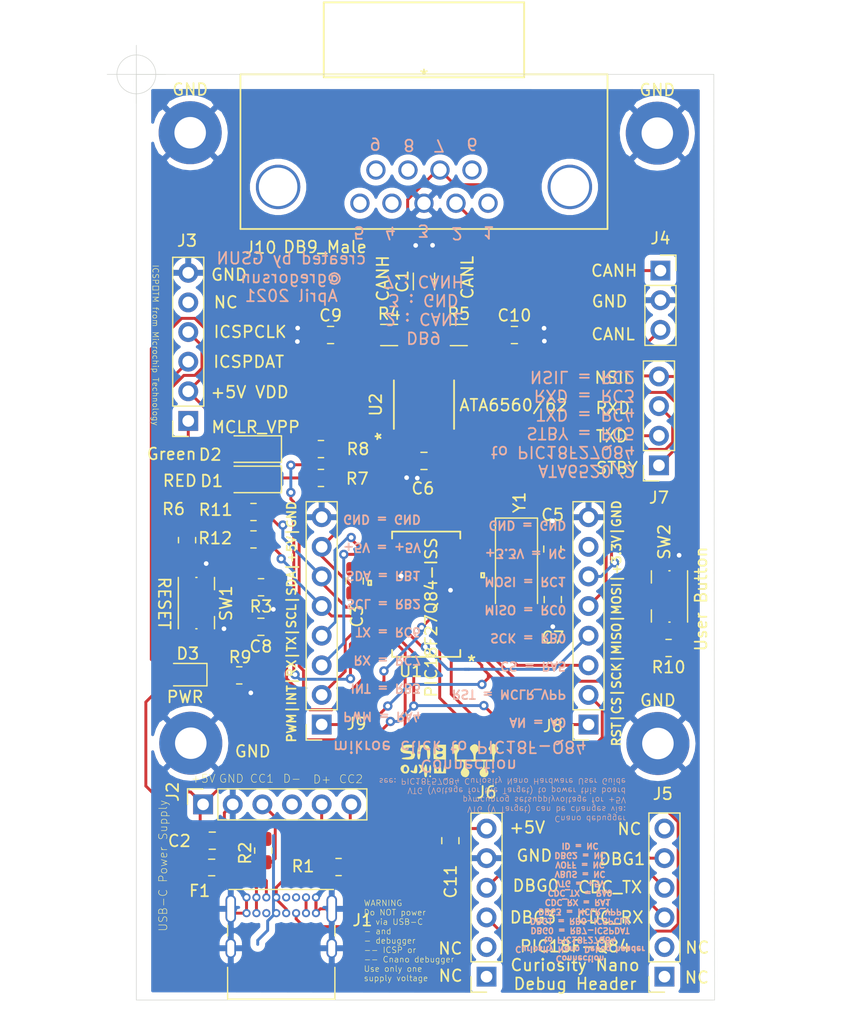
<source format=kicad_pcb>
(kicad_pcb (version 20171130) (host pcbnew "(5.1.9)-1")
  (title_block (title CANPiController) (date 2021-04-29) (rev ver1) (company @gregorsun) (comment 1 "PIC18F-Q84 w/ CAN-FD") (comment 2 "PIC18F27Q84/83 SOIC 28Pin and ATA6660 SOIC 8Pin"))
  (layers (0 F.Cu signal) (31 B.Cu signal) (34 B.Paste user) (35 F.Paste user) (36 B.SilkS user) (37 F.SilkS user) (38 B.Mask user) (39 F.Mask user) (44 Edge.Cuts user))
  (net 0 "")
  (net 1 "Net-(C1-Pad1)")
  (net 2 GND)
  (net 3 VTG)
  (net 4 OSC1)
  (net 5 OSC2)
  (net 6 "Net-(C8-Pad1)")
  (net 7 "Net-(C9-Pad2)")
  (net 8 "Net-(C10-Pad1)")
  (net 9 "Net-(D1-Pad1)")
  (net 10 "Net-(D2-Pad1)")
  (net 11 "Net-(D3-Pad1)")
  (net 12 "Net-(F1-Pad2)")
  (net 13 "Net-(J1-PadA5)")
  (net 14 "Net-(J1-PadA6)")
  (net 15 "Net-(J1-PadA7)")
  (net 16 "Net-(J1-PadA8)")
  (net 17 "Net-(J1-PadB8)")
  (net 18 "Net-(J1-PadB5)")
  (net 19 "Net-(J3-Pad5)")
  (net 20 DBG1)
  (net 21 DBG0)
  (net 22 DBG3)
  (net 23 DBG2)
  (net 24 CDC_TX)
  (net 25 CDC_RX)
  (net 26 ID)
  (net 27 "Net-(J5-Pad1)")
  (net 28 VBUS)
  (net 29 VOFF)
  (net 30 STBY)
  (net 31 TXD)
  (net 32 RXD)
  (net 33 NSIL)
  (net 34 RA2_A0)
  (net 35 RA5_CS)
  (net 36 RB0_SCK)
  (net 37 RC0_MISO)
  (net 38 RC1_MOSI)
  (net 39 "Net-(J8-Pad7)")
  (net 40 RB1_SDA)
  (net 41 RB2_SCL)
  (net 42 RC6_TX)
  (net 43 RC7_RX)
  (net 44 RA4_PWM)
  (net 45 "Net-(J10-Pad1)")
  (net 46 "Net-(J10-Pad4)")
  (net 47 "Net-(J10-Pad5)")
  (net 48 "Net-(J10-Pad6)")
  (net 49 "Net-(J10-Pad8)")
  (net 50 "Net-(J10-Pad9)")
  (net 51 RB5_LED_RED)
  (net 52 RB4_LED_GREEN)
  (net 53 "Net-(R10-Pad1)")
  (net 54 RB3_INT)
  (net 55 RA3_SW2)
  (module mikroe_logo:mikroe (layer F.Cu) (at 147.2565 121.6152 180)
    (fp_text reference G*** hide)
    (fp_text value LOGO hide)
  )
  (module MountingHole:MountingHole_2.7mm_M2.5_Pad_TopBottom (layer F.Cu) (at 165.3286 120.2436)
    (fp_text reference GND (at 0 -3.7) (layer F.SilkS))
    (fp_text value MountingHole_2.7mm_M2.5_Pad_TopBottom)
    (pad 1 thru_hole circle (at 0 0) (size 3.1 3.1) (drill 2.7) (layers *.Cu *.Mask))
    (pad 1 connect circle (at 0 0) (size 5.4 5.4) (layers F.Cu F.Mask) (net 2 GND))
    (pad 1 connect circle (at 0 0) (size 5.4 5.4) (layers B.Cu B.Mask) (net 2 GND))
  )
  (module Connector_PinSocket_2.54mm:PinSocket_1x08_P2.54mm_Vertical (layer F.Cu) (at 136.525 118.618 180)
    (fp_text reference J9 (at -2.9845 0.0635) (layer F.SilkS))
    (fp_text value Conn_01x08)
    (pad 8 thru_hole oval (at 0 17.78 180) (size 1.7 1.7) (drill 1) (layers *.Cu *.Mask) (net 2 GND))
    (pad 7 thru_hole oval (at 0 15.24 180) (size 1.7 1.7) (drill 1) (layers *.Cu *.Mask) (net 3 VTG))
    (pad 6 thru_hole oval (at 0 12.7 180) (size 1.7 1.7) (drill 1) (layers *.Cu *.Mask) (net 40 RB1_SDA))
    (pad 5 thru_hole oval (at 0 10.16 180) (size 1.7 1.7) (drill 1) (layers *.Cu *.Mask) (net 41 RB2_SCL))
    (pad 4 thru_hole oval (at 0 7.62 180) (size 1.7 1.7) (drill 1) (layers *.Cu *.Mask) (net 42 RC6_TX))
    (pad 3 thru_hole oval (at 0 5.08 180) (size 1.7 1.7) (drill 1) (layers *.Cu *.Mask) (net 43 RC7_RX))
    (pad 2 thru_hole oval (at 0 2.54 180) (size 1.7 1.7) (drill 1) (layers *.Cu *.Mask) (net 54 RB3_INT))
    (pad 1 thru_hole rect (at 0 0 180) (size 1.7 1.7) (drill 1) (layers *.Cu *.Mask) (net 44 RA4_PWM))
  )
  (module MountingHole:MountingHole_2.7mm_M2.5_Pad_TopBottom (layer F.Cu) (at 125.3109 120.2182)
    (fp_text reference GND (at 5.3086 0.6985) (layer F.SilkS))
    (fp_text value MountingHole_2.7mm_M2.5_Pad_TopBottom)
    (pad 1 connect circle (at 0 0) (size 5.4 5.4) (layers B.Cu B.Mask) (net 2 GND))
    (pad 1 connect circle (at 0 0) (size 5.4 5.4) (layers F.Cu F.Mask) (net 2 GND))
    (pad 1 thru_hole circle (at 0 0) (size 3.1 3.1) (drill 2.7) (layers *.Cu *.Mask))
  )
  (module MountingHole:MountingHole_2.7mm_M2.5_Pad_TopBottom (layer F.Cu) (at 125.2601 67.8688)
    (fp_text reference GND (at 0 -3.7) (layer F.SilkS))
    (fp_text value MountingHole_2.7mm_M2.5_Pad_TopBottom)
    (pad 1 connect circle (at 0 0) (size 5.4 5.4) (layers B.Cu B.Mask) (net 2 GND))
    (pad 1 connect circle (at 0 0) (size 5.4 5.4) (layers F.Cu F.Mask))
    (pad 1 thru_hole circle (at 0 0) (size 3.1 3.1) (drill 2.7) (layers *.Cu *.Mask))
  )
  (module MountingHole:MountingHole_2.7mm_M2.5_Pad_TopBottom (layer F.Cu) (at 165.2778 67.9069)
    (fp_text reference GND (at 0 -3.7) (layer F.SilkS))
    (fp_text value MountingHole_2.7mm_M2.5_Pad_TopBottom)
    (pad 1 connect circle (at 0 0) (size 5.4 5.4) (layers B.Cu B.Mask) (net 2 GND))
    (pad 1 connect circle (at 0 0) (size 5.4 5.4) (layers F.Cu F.Mask))
    (pad 1 thru_hole circle (at 0 0) (size 3.1 3.1) (drill 2.7) (layers *.Cu *.Mask))
  )
  (module Resistor_SMD:R_1206_3216Metric_Pad1.30x1.75mm_HandSolder (layer F.Cu) (at 148.2725 85.217)
    (fp_text reference R5 (at 0 -1.82) (layer F.SilkS))
    (fp_text value 60R/0.5W)
    (pad 2 smd roundrect (at 1.55 0) (size 1.3 1.75) (layers F.Cu F.Paste F.Mask) (roundrect_rratio 0.1923069230769231) (net 8 "Net-(C10-Pad1)"))
    (pad 1 smd roundrect (at -1.55 0) (size 1.3 1.75) (layers F.Cu F.Paste F.Mask) (roundrect_rratio 0.1923069230769231) (net 1 "Net-(C1-Pad1)"))
  )
  (module DB9-5747840-4:5747840-4 (layer F.Cu) (at 145.288 62.992)
    (fp_text reference J10 (at -13.97 14.732) (layer F.SilkS))
    (fp_text value DB9_Male (at -8.4709 14.6812) (layer F.SilkS))
    (fp_text user * (at 0 0) (layer F.SilkS))
    (pad 1 thru_hole circle (at 5.4864 10.922) (size 1.651 1.651) (drill 1.143) (layers *.Cu *.Mask) (net 45 "Net-(J10-Pad1)"))
    (pad 2 thru_hole circle (at 2.7432 10.922) (size 1.651 1.651) (drill 1.143) (layers *.Cu *.Mask) (net 8 "Net-(C10-Pad1)"))
    (pad 3 thru_hole circle (at 0 10.922) (size 1.651 1.651) (drill 1.143) (layers *.Cu *.Mask) (net 2 GND))
    (pad 4 thru_hole circle (at -2.7432 10.922) (size 1.651 1.651) (drill 1.143) (layers *.Cu *.Mask) (net 46 "Net-(J10-Pad4)"))
    (pad 5 thru_hole circle (at -5.4864 10.922) (size 1.651 1.651) (drill 1.143) (layers *.Cu *.Mask) (net 47 "Net-(J10-Pad5)"))
    (pad 6 thru_hole circle (at 4.1148 8.0772) (size 1.651 1.651) (drill 1.143) (layers *.Cu *.Mask) (net 48 "Net-(J10-Pad6)"))
    (pad 7 thru_hole circle (at 1.3716 8.0772) (size 1.651 1.651) (drill 1.143) (layers *.Cu *.Mask) (net 7 "Net-(C9-Pad2)"))
    (pad 8 thru_hole circle (at -1.3716 8.0772) (size 1.651 1.651) (drill 1.143) (layers *.Cu *.Mask) (net 49 "Net-(J10-Pad8)"))
    (pad 9 thru_hole circle (at -4.1148 8.0772) (size 1.651 1.651) (drill 1.143) (layers *.Cu *.Mask) (net 50 "Net-(J10-Pad9)"))
    (pad 10 thru_hole circle (at -12.4968 9.525) (size 3.81 3.81) (drill 3.302) (layers *.Cu *.Mask))
    (pad 11 thru_hole circle (at 12.4968 9.525) (size 3.81 3.81) (drill 3.302) (layers *.Cu *.Mask))
  )
  (module Resistor_SMD:R_0805_2012Metric_Pad1.20x1.40mm_HandSolder (layer F.Cu) (at 130.683 102.743)
    (fp_text reference R12 (at -3.2766 -0.1016) (layer F.SilkS))
    (fp_text value 10k)
    (pad 2 smd roundrect (at 1 0) (size 1.2 1.4) (layers F.Cu F.Paste F.Mask) (roundrect_rratio 0.2083325) (net 41 RB2_SCL))
    (pad 1 smd roundrect (at -1 0) (size 1.2 1.4) (layers F.Cu F.Paste F.Mask) (roundrect_rratio 0.2083325) (net 3 VTG))
  )
  (module Resistor_SMD:R_0805_2012Metric_Pad1.20x1.40mm_HandSolder (layer F.Cu) (at 130.683 100.3935)
    (fp_text reference R11 (at -3.2385 -0.1905) (layer F.SilkS))
    (fp_text value 10k)
    (pad 2 smd roundrect (at 1 0) (size 1.2 1.4) (layers F.Cu F.Paste F.Mask) (roundrect_rratio 0.2083325) (net 40 RB1_SDA))
    (pad 1 smd roundrect (at -1 0) (size 1.2 1.4) (layers F.Cu F.Paste F.Mask) (roundrect_rratio 0.2083325) (net 3 VTG))
  )
  (module Resistor_SMD:R_0805_2012Metric_Pad1.20x1.40mm_HandSolder (layer F.Cu) (at 166.243 112.0521 180)
    (fp_text reference R10 (at 0 -1.65) (layer F.SilkS))
    (fp_text value 1k)
    (pad 2 smd roundrect (at 1 0 180) (size 1.2 1.4) (layers F.Cu F.Paste F.Mask) (roundrect_rratio 0.2083325) (net 55 RA3_SW2))
    (pad 1 smd roundrect (at -1 0 180) (size 1.2 1.4) (layers F.Cu F.Paste F.Mask) (roundrect_rratio 0.2083325) (net 53 "Net-(R10-Pad1)"))
  )
  (module Resistor_SMD:R_0805_2012Metric_Pad1.20x1.40mm_HandSolder (layer F.Cu) (at 129.4638 114.4016)
    (fp_text reference R9 (at 0.0762 -1.5621) (layer F.SilkS))
    (fp_text value 1k)
    (pad 2 smd roundrect (at 1 0) (size 1.2 1.4) (layers F.Cu F.Paste F.Mask) (roundrect_rratio 0.2083325) (net 2 GND))
    (pad 1 smd roundrect (at -1 0) (size 1.2 1.4) (layers F.Cu F.Paste F.Mask) (roundrect_rratio 0.2083325) (net 11 "Net-(D3-Pad1)"))
  )
  (module Resistor_SMD:R_0805_2012Metric_Pad1.20x1.40mm_HandSolder (layer F.Cu) (at 136.4615 94.996)
    (fp_text reference R8 (at 3.175 0) (layer F.SilkS))
    (fp_text value 1k)
    (pad 2 smd roundrect (at 1 0) (size 1.2 1.4) (layers F.Cu F.Paste F.Mask) (roundrect_rratio 0.2083325) (net 52 RB4_LED_GREEN))
    (pad 1 smd roundrect (at -1 0) (size 1.2 1.4) (layers F.Cu F.Paste F.Mask) (roundrect_rratio 0.2083325) (net 10 "Net-(D2-Pad1)"))
  )
  (module Resistor_SMD:R_0805_2012Metric_Pad1.20x1.40mm_HandSolder (layer F.Cu) (at 136.4615 97.4725)
    (fp_text reference R7 (at 3.1115 0.0635) (layer F.SilkS))
    (fp_text value 1k)
    (pad 2 smd roundrect (at 1 0) (size 1.2 1.4) (layers F.Cu F.Paste F.Mask) (roundrect_rratio 0.2083325) (net 51 RB5_LED_RED))
    (pad 1 smd roundrect (at -1 0) (size 1.2 1.4) (layers F.Cu F.Paste F.Mask) (roundrect_rratio 0.2083325) (net 9 "Net-(D1-Pad1)"))
  )
  (module Resistor_SMD:R_0805_2012Metric_Pad1.20x1.40mm_HandSolder (layer F.Cu) (at 124.9934 102.8065 270)
    (fp_text reference R6 (at -2.667 1.1557 180) (layer F.SilkS))
    (fp_text value 470R)
    (pad 2 smd roundrect (at 1 0 270) (size 1.2 1.4) (layers F.Cu F.Paste F.Mask) (roundrect_rratio 0.2083325) (net 6 "Net-(C8-Pad1)"))
    (pad 1 smd roundrect (at -1 0 270) (size 1.2 1.4) (layers F.Cu F.Paste F.Mask) (roundrect_rratio 0.2083325) (net 22 DBG3))
  )
  (module Resistor_SMD:R_1206_3216Metric_Pad1.30x1.75mm_HandSolder (layer F.Cu) (at 142.3035 85.217)
    (fp_text reference R4 (at 0 -1.82) (layer F.SilkS))
    (fp_text value 60R/0.5W)
    (pad 2 smd roundrect (at 1.55 0) (size 1.3 1.75) (layers F.Cu F.Paste F.Mask) (roundrect_rratio 0.1923069230769231) (net 1 "Net-(C1-Pad1)"))
    (pad 1 smd roundrect (at -1.55 0) (size 1.3 1.75) (layers F.Cu F.Paste F.Mask) (roundrect_rratio 0.1923069230769231) (net 7 "Net-(C9-Pad2)"))
  )
  (module Resistor_SMD:R_0805_2012Metric_Pad1.20x1.40mm_HandSolder (layer F.Cu) (at 131.3307 106.8451 180)
    (fp_text reference R3 (at 0 -1.65) (layer F.SilkS))
    (fp_text value 10k)
    (pad 2 smd roundrect (at 1 0 180) (size 1.2 1.4) (layers F.Cu F.Paste F.Mask) (roundrect_rratio 0.2083325) (net 6 "Net-(C8-Pad1)"))
    (pad 1 smd roundrect (at -1 0 180) (size 1.2 1.4) (layers F.Cu F.Paste F.Mask) (roundrect_rratio 0.2083325) (net 3 VTG))
  )
  (module Resistor_SMD:R_0805_2012Metric_Pad1.20x1.40mm_HandSolder (layer F.Cu) (at 131.5212 129.4257 90)
    (fp_text reference R2 (at -0.2159 -1.5494 90) (layer F.SilkS))
    (fp_text value 5.1k)
    (pad 2 smd roundrect (at 1 0 90) (size 1.2 1.4) (layers F.Cu F.Paste F.Mask) (roundrect_rratio 0.2083325) (net 2 GND))
    (pad 1 smd roundrect (at -1 0 90) (size 1.2 1.4) (layers F.Cu F.Paste F.Mask) (roundrect_rratio 0.2083325) (net 13 "Net-(J1-PadA5)"))
  )
  (module Resistor_SMD:R_0805_2012Metric_Pad1.20x1.40mm_HandSolder (layer F.Cu) (at 137.9728 130.8354 180)
    (fp_text reference R1 (at 3.048 0.0635) (layer F.SilkS))
    (fp_text value 5.1k)
    (pad 2 smd roundrect (at 1 0 180) (size 1.2 1.4) (layers F.Cu F.Paste F.Mask) (roundrect_rratio 0.2083325) (net 2 GND))
    (pad 1 smd roundrect (at -1 0 180) (size 1.2 1.4) (layers F.Cu F.Paste F.Mask) (roundrect_rratio 0.2083325) (net 18 "Net-(J1-PadB5)"))
  )
  (module Fuse:Fuse_0805_2012Metric_Pad1.15x1.40mm_HandSolder (layer F.Cu) (at 127.1016 130.8735)
    (fp_text reference F1 (at -1.0287 2.0066) (layer F.SilkS))
    (fp_text value "Fuse MC36213")
    (pad 2 smd roundrect (at 1.025 0) (size 1.15 1.4) (layers F.Cu F.Paste F.Mask) (roundrect_rratio 0.2173904347826087) (net 12 "Net-(F1-Pad2)"))
    (pad 1 smd roundrect (at -1.025 0) (size 1.15 1.4) (layers F.Cu F.Paste F.Mask) (roundrect_rratio 0.2173904347826087) (net 3 VTG))
  )
  (module LED_SMD:LED_0805_2012Metric_Pad1.15x1.40mm_HandSolder (layer F.Cu) (at 124.8373 114.3381 180)
    (fp_text reference D3 (at -0.2196 1.8034) (layer F.SilkS))
    (fp_text value Yellow)
    (pad 2 smd roundrect (at 1.025 0 180) (size 1.15 1.4) (layers F.Cu F.Paste F.Mask) (roundrect_rratio 0.2173904347826087) (net 3 VTG))
    (pad 1 smd roundrect (at -1.025 0 180) (size 1.15 1.4) (layers F.Cu F.Paste F.Mask) (roundrect_rratio 0.2173904347826087) (net 11 "Net-(D3-Pad1)"))
  )
  (module LED_SMD:LED_1206_3216Metric_Pad1.42x1.75mm_HandSolder (layer F.Cu) (at 130.6195 94.996 180)
    (fp_text reference D2 (at 3.6449 -0.4826) (layer F.SilkS))
    (fp_text value Green (at 6.9469 -0.4191) (layer F.SilkS))
    (pad 2 smd roundrect (at 1.4875 0 180) (size 1.425 1.75) (layers F.Cu F.Paste F.Mask) (roundrect_rratio 0.1754385964912281) (net 3 VTG))
    (pad 1 smd roundrect (at -1.4875 0 180) (size 1.425 1.75) (layers F.Cu F.Paste F.Mask) (roundrect_rratio 0.1754385964912281) (net 10 "Net-(D2-Pad1)"))
  )
  (module LED_SMD:LED_1206_3216Metric_Pad1.42x1.75mm_HandSolder (layer F.Cu) (at 130.6195 97.5995 180)
    (fp_text reference D1 (at 3.5179 -0.1397) (layer F.SilkS))
    (fp_text value RED (at 6.2484 -0.1143) (layer F.SilkS))
    (pad 2 smd roundrect (at 1.4875 0 180) (size 1.425 1.75) (layers F.Cu F.Paste F.Mask) (roundrect_rratio 0.1754385964912281) (net 3 VTG))
    (pad 1 smd roundrect (at -1.4875 0 180) (size 1.425 1.75) (layers F.Cu F.Paste F.Mask) (roundrect_rratio 0.1754385964912281) (net 9 "Net-(D1-Pad1)"))
  )
  (module Capacitor_SMD:C_0805_2012Metric_Pad1.18x1.45mm_HandSolder (layer F.Cu) (at 147.5486 128.5748 270)
    (fp_text reference C11 (at 3.5052 -0.0254 270) (layer F.SilkS))
    (fp_text value 2.2u)
    (pad 2 smd roundrect (at 1.0375 0 270) (size 1.175 1.45) (layers F.Cu F.Paste F.Mask) (roundrect_rratio 0.2127659574468085) (net 2 GND))
    (pad 1 smd roundrect (at -1.0375 0 270) (size 1.175 1.45) (layers F.Cu F.Paste F.Mask) (roundrect_rratio 0.2127659574468085) (net 3 VTG))
  )
  (module Capacitor_SMD:C_0805_2012Metric_Pad1.18x1.45mm_HandSolder (layer F.Cu) (at 153.035 85.217)
    (fp_text reference C10 (at 0 -1.68) (layer F.SilkS))
    (fp_text value 100p/50V)
    (pad 2 smd roundrect (at 1.0375 0) (size 1.175 1.45) (layers F.Cu F.Paste F.Mask) (roundrect_rratio 0.2127659574468085) (net 2 GND))
    (pad 1 smd roundrect (at -1.0375 0) (size 1.175 1.45) (layers F.Cu F.Paste F.Mask) (roundrect_rratio 0.2127659574468085) (net 8 "Net-(C10-Pad1)"))
  )
  (module Capacitor_SMD:C_0805_2012Metric_Pad1.18x1.45mm_HandSolder (layer F.Cu) (at 137.287 85.217)
    (fp_text reference C9 (at 0 -1.68) (layer F.SilkS))
    (fp_text value 100p/50V)
    (pad 2 smd roundrect (at 1.0375 0) (size 1.175 1.45) (layers F.Cu F.Paste F.Mask) (roundrect_rratio 0.2127659574468085) (net 7 "Net-(C9-Pad2)"))
    (pad 1 smd roundrect (at -1.0375 0) (size 1.175 1.45) (layers F.Cu F.Paste F.Mask) (roundrect_rratio 0.2127659574468085) (net 2 GND))
  )
  (module Capacitor_SMD:C_0805_2012Metric_Pad1.18x1.45mm_HandSolder (layer F.Cu) (at 131.318 110.236)
    (fp_text reference C8 (at 0 1.6891) (layer F.SilkS))
    (fp_text value 0.1u)
    (pad 2 smd roundrect (at 1.0375 0) (size 1.175 1.45) (layers F.Cu F.Paste F.Mask) (roundrect_rratio 0.2127659574468085) (net 2 GND))
    (pad 1 smd roundrect (at -1.0375 0) (size 1.175 1.45) (layers F.Cu F.Paste F.Mask) (roundrect_rratio 0.2127659574468085) (net 6 "Net-(C8-Pad1)"))
  )
  (module Capacitor_SMD:C_0805_2012Metric_Pad1.18x1.45mm_HandSolder (layer F.Cu) (at 156.3243 107.8992 270)
    (fp_text reference C7 (at 3.2639 0 180) (layer F.SilkS))
    (fp_text value 26p)
    (pad 2 smd roundrect (at 1.0375 0 270) (size 1.175 1.45) (layers F.Cu F.Paste F.Mask) (roundrect_rratio 0.2127659574468085) (net 2 GND))
    (pad 1 smd roundrect (at -1.0375 0 270) (size 1.175 1.45) (layers F.Cu F.Paste F.Mask) (roundrect_rratio 0.2127659574468085) (net 5 OSC2))
  )
  (module Capacitor_SMD:C_0805_2012Metric_Pad1.18x1.45mm_HandSolder (layer F.Cu) (at 145.288 96.012)
    (fp_text reference C6 (at -0.0889 2.3622) (layer F.SilkS))
    (fp_text value 100n)
    (pad 2 smd roundrect (at 1.0375 0) (size 1.175 1.45) (layers F.Cu F.Paste F.Mask) (roundrect_rratio 0.2127659574468085) (net 3 VTG))
    (pad 1 smd roundrect (at -1.0375 0) (size 1.175 1.45) (layers F.Cu F.Paste F.Mask) (roundrect_rratio 0.2127659574468085) (net 2 GND))
  )
  (module Capacitor_SMD:C_0805_2012Metric_Pad1.18x1.45mm_HandSolder (layer F.Cu) (at 156.2862 103.5685 270)
    (fp_text reference C5 (at -2.9337 -0.0254 180) (layer F.SilkS))
    (fp_text value 26p)
    (pad 2 smd roundrect (at 1.0375 0 270) (size 1.175 1.45) (layers F.Cu F.Paste F.Mask) (roundrect_rratio 0.2127659574468085) (net 4 OSC1))
    (pad 1 smd roundrect (at -1.0375 0 270) (size 1.175 1.45) (layers F.Cu F.Paste F.Mask) (roundrect_rratio 0.2127659574468085) (net 2 GND))
  )
  (module Capacitor_SMD:C_0805_2012Metric_Pad1.18x1.45mm_HandSolder (layer F.Cu) (at 139.3571 106.3117 90)
    (fp_text reference C3 (at -3.0099 0.1905 90) (layer F.SilkS))
    (fp_text value 100n)
    (pad 2 smd roundrect (at 1.0375 0 90) (size 1.175 1.45) (layers F.Cu F.Paste F.Mask) (roundrect_rratio 0.2127659574468085) (net 2 GND))
    (pad 1 smd roundrect (at -1.0375 0 90) (size 1.175 1.45) (layers F.Cu F.Paste F.Mask) (roundrect_rratio 0.2127659574468085) (net 3 VTG))
  )
  (module Capacitor_SMD:C_0805_2012Metric_Pad1.18x1.45mm_HandSolder (layer F.Cu) (at 127.1524 128.5748)
    (fp_text reference C2 (at -2.8194 0.0254) (layer F.SilkS))
    (fp_text value 2.2u)
    (pad 2 smd roundrect (at 1.0375 0) (size 1.175 1.45) (layers F.Cu F.Paste F.Mask) (roundrect_rratio 0.2127659574468085) (net 2 GND))
    (pad 1 smd roundrect (at -1.0375 0) (size 1.175 1.45) (layers F.Cu F.Paste F.Mask) (roundrect_rratio 0.2127659574468085) (net 3 VTG))
  )
  (module Capacitor_SMD:C_1206_3216Metric_Pad1.33x1.80mm_HandSolder (layer F.Cu) (at 145.288 80.62 90)
    (fp_text reference C1 (at 0 -1.85 90) (layer F.SilkS))
    (fp_text value 4.7n/50V)
    (pad 2 smd roundrect (at 1.5625 0 90) (size 1.325 1.8) (layers F.Cu F.Paste F.Mask) (roundrect_rratio 0.1886777358490566) (net 2 GND))
    (pad 1 smd roundrect (at -1.5625 0 90) (size 1.325 1.8) (layers F.Cu F.Paste F.Mask) (roundrect_rratio 0.1886777358490566) (net 1 "Net-(C1-Pad1)"))
  )
  (module Connector_USB:USB_C_Receptacle_GCT_USB4085 (layer F.Cu) (at 130.0861 133.4389)
    (fp_text reference J1 (at 9.9314 1.9558) (layer F.SilkS))
    (fp_text value USB_C_Receptacle_USB2.0)
    (pad A1 thru_hole circle (at 0 0) (size 0.7 0.7) (drill 0.4) (layers *.Cu *.Mask) (net 2 GND))
    (pad A4 thru_hole circle (at 0.85 0) (size 0.7 0.7) (drill 0.4) (layers *.Cu *.Mask) (net 12 "Net-(F1-Pad2)"))
    (pad A5 thru_hole circle (at 1.7 0) (size 0.7 0.7) (drill 0.4) (layers *.Cu *.Mask) (net 13 "Net-(J1-PadA5)"))
    (pad A6 thru_hole circle (at 2.55 0) (size 0.7 0.7) (drill 0.4) (layers *.Cu *.Mask) (net 14 "Net-(J1-PadA6)"))
    (pad A7 thru_hole circle (at 3.4 0) (size 0.7 0.7) (drill 0.4) (layers *.Cu *.Mask) (net 15 "Net-(J1-PadA7)"))
    (pad A8 thru_hole circle (at 4.25 0) (size 0.7 0.7) (drill 0.4) (layers *.Cu *.Mask) (net 16 "Net-(J1-PadA8)"))
    (pad A9 thru_hole circle (at 5.1 0) (size 0.7 0.7) (drill 0.4) (layers *.Cu *.Mask) (net 12 "Net-(F1-Pad2)"))
    (pad A12 thru_hole circle (at 5.95 0) (size 0.7 0.7) (drill 0.4) (layers *.Cu *.Mask) (net 2 GND))
    (pad B9 thru_hole circle (at 0.85 1.35) (size 0.7 0.7) (drill 0.4) (layers *.Cu *.Mask) (net 12 "Net-(F1-Pad2)"))
    (pad B7 thru_hole circle (at 2.55 1.35) (size 0.7 0.7) (drill 0.4) (layers *.Cu *.Mask) (net 15 "Net-(J1-PadA7)"))
    (pad B8 thru_hole circle (at 1.7 1.35) (size 0.7 0.7) (drill 0.4) (layers *.Cu *.Mask) (net 17 "Net-(J1-PadB8)"))
    (pad B12 thru_hole circle (at 0 1.35) (size 0.7 0.7) (drill 0.4) (layers *.Cu *.Mask) (net 2 GND))
    (pad B5 thru_hole circle (at 4.25 1.35) (size 0.7 0.7) (drill 0.4) (layers *.Cu *.Mask) (net 18 "Net-(J1-PadB5)"))
    (pad B4 thru_hole circle (at 5.1 1.35) (size 0.7 0.7) (drill 0.4) (layers *.Cu *.Mask) (net 12 "Net-(F1-Pad2)"))
    (pad B1 thru_hole circle (at 5.95 1.35) (size 0.7 0.7) (drill 0.4) (layers *.Cu *.Mask) (net 2 GND))
    (pad B6 thru_hole circle (at 3.4 1.35) (size 0.7 0.7) (drill 0.4) (layers *.Cu *.Mask) (net 14 "Net-(J1-PadA6)"))
    (pad S1 thru_hole oval (at -1.35 0.98) (size 0.9 2.4) (drill oval 0.6 2.1) (layers *.Cu *.Mask) (net 2 GND))
    (pad S1 thru_hole oval (at 7.3 0.98) (size 0.9 2.4) (drill oval 0.6 2.1) (layers *.Cu *.Mask) (net 2 GND))
    (pad S1 thru_hole oval (at -1.35 4.36) (size 0.9 1.7) (drill oval 0.6 1.4) (layers *.Cu *.Mask) (net 2 GND))
    (pad S1 thru_hole oval (at 7.3 4.36) (size 0.9 1.7) (drill oval 0.6 1.4) (layers *.Cu *.Mask) (net 2 GND))
  )
  (module Connector_PinSocket_2.54mm:PinSocket_1x06_P2.54mm_Vertical (layer F.Cu) (at 126.365 125.4633 90)
    (fp_text reference J2 (at 1.0795 -2.6035 90) (layer F.SilkS))
    (fp_text value Conn_01x06)
    (pad 1 thru_hole rect (at 0 0 90) (size 1.7 1.7) (drill 1) (layers *.Cu *.Mask) (net 3 VTG))
    (pad 2 thru_hole oval (at 0 2.54 90) (size 1.7 1.7) (drill 1) (layers *.Cu *.Mask) (net 2 GND))
    (pad 3 thru_hole oval (at 0 5.08 90) (size 1.7 1.7) (drill 1) (layers *.Cu *.Mask) (net 13 "Net-(J1-PadA5)"))
    (pad 4 thru_hole oval (at 0 7.62 90) (size 1.7 1.7) (drill 1) (layers *.Cu *.Mask) (net 15 "Net-(J1-PadA7)"))
    (pad 5 thru_hole oval (at 0 10.16 90) (size 1.7 1.7) (drill 1) (layers *.Cu *.Mask) (net 14 "Net-(J1-PadA6)"))
    (pad 6 thru_hole oval (at 0 12.7 90) (size 1.7 1.7) (drill 1) (layers *.Cu *.Mask) (net 18 "Net-(J1-PadB5)"))
  )
  (module Connector_PinSocket_2.54mm:PinSocket_1x06_P2.54mm_Vertical (layer F.Cu) (at 125.095 92.583 180)
    (fp_text reference J3 (at 0.1016 15.4559) (layer F.SilkS))
    (fp_text value Conn_01x06)
    (pad 6 thru_hole oval (at 0 12.7 180) (size 1.7 1.7) (drill 1) (layers *.Cu *.Mask) (net 2 GND))
    (pad 5 thru_hole oval (at 0 10.16 180) (size 1.7 1.7) (drill 1) (layers *.Cu *.Mask) (net 19 "Net-(J3-Pad5)"))
    (pad 4 thru_hole oval (at 0 7.62 180) (size 1.7 1.7) (drill 1) (layers *.Cu *.Mask) (net 20 DBG1))
    (pad 3 thru_hole oval (at 0 5.08 180) (size 1.7 1.7) (drill 1) (layers *.Cu *.Mask) (net 21 DBG0))
    (pad 2 thru_hole oval (at 0 2.54 180) (size 1.7 1.7) (drill 1) (layers *.Cu *.Mask) (net 3 VTG))
    (pad 1 thru_hole rect (at 0 0 180) (size 1.7 1.7) (drill 1) (layers *.Cu *.Mask) (net 22 DBG3))
  )
  (module Connector_PinSocket_2.54mm:PinSocket_1x03_P2.54mm_Vertical (layer F.Cu) (at 165.5445 79.6925)
    (fp_text reference J4 (at 0 -2.77) (layer F.SilkS))
    (fp_text value Conn_01x03)
    (pad 1 thru_hole rect (at 0 0) (size 1.7 1.7) (drill 1) (layers *.Cu *.Mask) (net 7 "Net-(C9-Pad2)"))
    (pad 2 thru_hole oval (at 0 2.54) (size 1.7 1.7) (drill 1) (layers *.Cu *.Mask) (net 2 GND))
    (pad 3 thru_hole oval (at 0 5.08) (size 1.7 1.7) (drill 1) (layers *.Cu *.Mask) (net 8 "Net-(C10-Pad1)"))
  )
  (module Connector_PinSocket_2.54mm:PinSocket_1x06_P2.54mm_Vertical (layer F.Cu) (at 165.8874 140.2334 180)
    (fp_text reference J5 (at 0.1397 15.6718) (layer F.SilkS))
    (fp_text value Conn_01x06)
    (pad 6 thru_hole oval (at 0 12.7 180) (size 1.7 1.7) (drill 1) (layers *.Cu *.Mask) (net 23 DBG2))
    (pad 5 thru_hole oval (at 0 10.16 180) (size 1.7 1.7) (drill 1) (layers *.Cu *.Mask) (net 20 DBG1))
    (pad 4 thru_hole oval (at 0 7.62 180) (size 1.7 1.7) (drill 1) (layers *.Cu *.Mask) (net 24 CDC_TX))
    (pad 3 thru_hole oval (at 0 5.08 180) (size 1.7 1.7) (drill 1) (layers *.Cu *.Mask) (net 25 CDC_RX))
    (pad 2 thru_hole oval (at 0 2.54 180) (size 1.7 1.7) (drill 1) (layers *.Cu *.Mask) (net 26 ID))
    (pad 1 thru_hole rect (at 0 0 180) (size 1.7 1.7) (drill 1) (layers *.Cu *.Mask) (net 27 "Net-(J5-Pad1)"))
  )
  (module Connector_PinSocket_2.54mm:PinSocket_1x06_P2.54mm_Vertical (layer F.Cu) (at 150.6474 140.2334 180)
    (fp_text reference J6 (at 0 15.7988) (layer F.SilkS))
    (fp_text value Conn_01x06)
    (pad 1 thru_hole rect (at 0 0 180) (size 1.7 1.7) (drill 1) (layers *.Cu *.Mask) (net 28 VBUS))
    (pad 2 thru_hole oval (at 0 2.54 180) (size 1.7 1.7) (drill 1) (layers *.Cu *.Mask) (net 29 VOFF))
    (pad 3 thru_hole oval (at 0 5.08 180) (size 1.7 1.7) (drill 1) (layers *.Cu *.Mask) (net 22 DBG3))
    (pad 4 thru_hole oval (at 0 7.62 180) (size 1.7 1.7) (drill 1) (layers *.Cu *.Mask) (net 21 DBG0))
    (pad 5 thru_hole oval (at 0 10.16 180) (size 1.7 1.7) (drill 1) (layers *.Cu *.Mask) (net 2 GND))
    (pad 6 thru_hole oval (at 0 12.7 180) (size 1.7 1.7) (drill 1) (layers *.Cu *.Mask) (net 3 VTG))
  )
  (module Connector_PinSocket_2.54mm:PinSocket_1x04_P2.54mm_Vertical (layer F.Cu) (at 165.4175 96.393 180)
    (fp_text reference J7 (at 0 -2.77) (layer F.SilkS))
    (fp_text value Conn_01x04)
    (pad 1 thru_hole rect (at 0 0 180) (size 1.7 1.7) (drill 1) (layers *.Cu *.Mask) (net 30 STBY))
    (pad 2 thru_hole oval (at 0 2.54 180) (size 1.7 1.7) (drill 1) (layers *.Cu *.Mask) (net 31 TXD))
    (pad 3 thru_hole oval (at 0 5.08 180) (size 1.7 1.7) (drill 1) (layers *.Cu *.Mask) (net 32 RXD))
    (pad 4 thru_hole oval (at 0 7.62 180) (size 1.7 1.7) (drill 1) (layers *.Cu *.Mask) (net 33 NSIL))
  )
  (module Connector_PinSocket_2.54mm:PinSocket_1x08_P2.54mm_Vertical (layer F.Cu) (at 159.385 118.618 180)
    (fp_text reference J8 (at 3.048 -0.127) (layer F.SilkS))
    (fp_text value Conn_01x08)
    (pad 1 thru_hole rect (at 0 0 180) (size 1.7 1.7) (drill 1) (layers *.Cu *.Mask) (net 34 RA2_A0))
    (pad 2 thru_hole oval (at 0 2.54 180) (size 1.7 1.7) (drill 1) (layers *.Cu *.Mask) (net 22 DBG3))
    (pad 3 thru_hole oval (at 0 5.08 180) (size 1.7 1.7) (drill 1) (layers *.Cu *.Mask) (net 35 RA5_CS))
    (pad 4 thru_hole oval (at 0 7.62 180) (size 1.7 1.7) (drill 1) (layers *.Cu *.Mask) (net 36 RB0_SCK))
    (pad 5 thru_hole oval (at 0 10.16 180) (size 1.7 1.7) (drill 1) (layers *.Cu *.Mask) (net 37 RC0_MISO))
    (pad 6 thru_hole oval (at 0 12.7 180) (size 1.7 1.7) (drill 1) (layers *.Cu *.Mask) (net 38 RC1_MOSI))
    (pad 7 thru_hole oval (at 0 15.24 180) (size 1.7 1.7) (drill 1) (layers *.Cu *.Mask) (net 39 "Net-(J8-Pad7)"))
    (pad 8 thru_hole oval (at 0 17.78 180) (size 1.7 1.7) (drill 1) (layers *.Cu *.Mask) (net 2 GND))
  )
  (module Button_Switch_SMD:SW_Push_1P1T-SH_NO_CK_KMR2xxG (layer F.Cu) (at 125.7935 108.204 270)
    (fp_text reference SW1 (at 0.0127 -2.54 270) (layer F.SilkS))
    (fp_text value SW_Push)
    (pad 2 smd rect (at 2.05 0.8 270) (size 0.9 1) (layers F.Cu F.Paste F.Mask) (net 6 "Net-(C8-Pad1)"))
    (pad 1 smd rect (at 2.05 -0.8 270) (size 0.9 1) (layers F.Cu F.Paste F.Mask) (net 2 GND))
    (pad 2 smd rect (at -2.05 0.8 270) (size 0.9 1) (layers F.Cu F.Paste F.Mask) (net 6 "Net-(C8-Pad1)"))
    (pad 1 smd rect (at -2.05 -0.8 270) (size 0.9 1) (layers F.Cu F.Paste F.Mask) (net 2 GND))
    (pad SH smd rect (at 0 -1.425 270) (size 1.7 0.55) (layers F.Cu F.Paste F.Mask))
  )
  (module Button_Switch_SMD:SW_Push_1P1T-SH_NO_CK_KMR2xxG (layer F.Cu) (at 166.3192 107.6325 90)
    (fp_text reference SW2 (at 4.6863 -0.4445 90) (layer F.SilkS))
    (fp_text value SW_Push)
    (pad SH smd rect (at 0 -1.425 90) (size 1.7 0.55) (layers F.Cu F.Paste F.Mask))
    (pad 1 smd rect (at -2.05 -0.8 90) (size 0.9 1) (layers F.Cu F.Paste F.Mask) (net 53 "Net-(R10-Pad1)"))
    (pad 2 smd rect (at -2.05 0.8 90) (size 0.9 1) (layers F.Cu F.Paste F.Mask) (net 2 GND))
    (pad 1 smd rect (at 2.05 -0.8 90) (size 0.9 1) (layers F.Cu F.Paste F.Mask) (net 53 "Net-(R10-Pad1)"))
    (pad 2 smd rect (at 2.05 0.8 90) (size 0.9 1) (layers F.Cu F.Paste F.Mask) (net 2 GND))
  )
  (module SSOP-28:PIC18F27Q43-I&slash_SS (layer F.Cu) (at 145.4785 107.442 180)
    (fp_text reference U1 (at 1.3208 -6.5786) (layer F.SilkS))
    (fp_text value PIC18F27Q84-ISS (at -0.4318 -1.9939 90) (layer F.SilkS))
    (fp_text user * (at -3.8862 -5.7998) (layer F.SilkS))
    (fp_text user * (at -3.8862 -5.7998) (layer F.SilkS))
    (pad 1 smd rect (at -3.6322 -4.225 180) (size 1.651 0.4318) (layers F.Cu F.Paste F.Mask) (net 22 DBG3))
    (pad 2 smd rect (at -3.6322 -3.574999 180) (size 1.651 0.4318) (layers F.Cu F.Paste F.Mask) (net 24 CDC_TX))
    (pad 3 smd rect (at -3.6322 -2.925 180) (size 1.651 0.4318) (layers F.Cu F.Paste F.Mask) (net 25 CDC_RX))
    (pad 4 smd rect (at -3.6322 -2.274999 180) (size 1.651 0.4318) (layers F.Cu F.Paste F.Mask) (net 34 RA2_A0))
    (pad 5 smd rect (at -3.6322 -1.625001 180) (size 1.651 0.4318) (layers F.Cu F.Paste F.Mask) (net 55 RA3_SW2))
    (pad 6 smd rect (at -3.6322 -0.974999 180) (size 1.651 0.4318) (layers F.Cu F.Paste F.Mask) (net 44 RA4_PWM))
    (pad 7 smd rect (at -3.6322 -0.325001 180) (size 1.651 0.4318) (layers F.Cu F.Paste F.Mask) (net 35 RA5_CS))
    (pad 8 smd rect (at -3.6322 0.324998 180) (size 1.651 0.4318) (layers F.Cu F.Paste F.Mask) (net 2 GND))
    (pad 9 smd rect (at -3.6322 0.974999 180) (size 1.651 0.4318) (layers F.Cu F.Paste F.Mask) (net 5 OSC2))
    (pad 10 smd rect (at -3.6322 1.624998 180) (size 1.651 0.4318) (layers F.Cu F.Paste F.Mask) (net 4 OSC1))
    (pad 11 smd rect (at -3.6322 2.274999 180) (size 1.651 0.4318) (layers F.Cu F.Paste F.Mask) (net 37 RC0_MISO))
    (pad 12 smd rect (at -3.6322 2.924998 180) (size 1.651 0.4318) (layers F.Cu F.Paste F.Mask) (net 38 RC1_MOSI))
    (pad 13 smd rect (at -3.6322 3.574999 180) (size 1.651 0.4318) (layers F.Cu F.Paste F.Mask) (net 33 NSIL))
    (pad 14 smd rect (at -3.6322 4.224998 180) (size 1.651 0.4318) (layers F.Cu F.Paste F.Mask) (net 32 RXD))
    (pad 15 smd rect (at 3.6322 4.225 180) (size 1.651 0.4318) (layers F.Cu F.Paste F.Mask) (net 31 TXD))
    (pad 16 smd rect (at 3.6322 3.574999 180) (size 1.651 0.4318) (layers F.Cu F.Paste F.Mask) (net 30 STBY))
    (pad 17 smd rect (at 3.6322 2.925 180) (size 1.651 0.4318) (layers F.Cu F.Paste F.Mask) (net 42 RC6_TX))
    (pad 18 smd rect (at 3.6322 2.274999 180) (size 1.651 0.4318) (layers F.Cu F.Paste F.Mask) (net 43 RC7_RX))
    (pad 19 smd rect (at 3.6322 1.625001 180) (size 1.651 0.4318) (layers F.Cu F.Paste F.Mask) (net 2 GND))
    (pad 20 smd rect (at 3.6322 0.974999 180) (size 1.651 0.4318) (layers F.Cu F.Paste F.Mask) (net 3 VTG))
    (pad 21 smd rect (at 3.6322 0.325001 180) (size 1.651 0.4318) (layers F.Cu F.Paste F.Mask) (net 36 RB0_SCK))
    (pad 22 smd rect (at 3.6322 -0.325001 180) (size 1.651 0.4318) (layers F.Cu F.Paste F.Mask) (net 40 RB1_SDA))
    (pad 23 smd rect (at 3.6322 -0.974999 180) (size 1.651 0.4318) (layers F.Cu F.Paste F.Mask) (net 41 RB2_SCL))
    (pad 24 smd rect (at 3.6322 -1.625001 180) (size 1.651 0.4318) (layers F.Cu F.Paste F.Mask) (net 54 RB3_INT))
    (pad 25 smd rect (at 3.6322 -2.274999 180) (size 1.651 0.4318) (layers F.Cu F.Paste F.Mask) (net 52 RB4_LED_GREEN))
    (pad 26 smd rect (at 3.6322 -2.925 180) (size 1.651 0.4318) (layers F.Cu F.Paste F.Mask) (net 51 RB5_LED_RED))
    (pad 27 smd rect (at 3.6322 -3.574999 180) (size 1.651 0.4318) (layers F.Cu F.Paste F.Mask) (net 20 DBG1))
    (pad 28 smd rect (at 3.6322 -4.225 180) (size 1.651 0.4318) (layers F.Cu F.Paste F.Mask) (net 21 DBG0))
  )
  (module ATA6560GAQW:ATA6561-GAQW-N (layer F.Cu) (at 145.288 91.186 90)
    (fp_text reference U2 (at 0 -4.1275 90) (layer F.SilkS))
    (fp_text value ATA6560/62 (at -0.0508 7.6581 180) (layer F.SilkS))
    (fp_text user * (at -2.7178 -3.6068 90) (layer F.SilkS))
    (fp_text user * (at -2.7178 -3.6068 90) (layer F.SilkS))
    (pad 1 smd rect (at -2.4638 -1.905 90) (size 1.9812 0.5588) (layers F.Cu F.Paste F.Mask) (net 31 TXD))
    (pad 2 smd rect (at -2.4638 -0.635 90) (size 1.9812 0.5588) (layers F.Cu F.Paste F.Mask) (net 2 GND))
    (pad 3 smd rect (at -2.4638 0.635 90) (size 1.9812 0.5588) (layers F.Cu F.Paste F.Mask) (net 3 VTG))
    (pad 4 smd rect (at -2.4638 1.905 90) (size 1.9812 0.5588) (layers F.Cu F.Paste F.Mask) (net 32 RXD))
    (pad 5 smd rect (at 2.4638 1.905 90) (size 1.9812 0.5588) (layers F.Cu F.Paste F.Mask) (net 33 NSIL))
    (pad 6 smd rect (at 2.4638 0.635 90) (size 1.9812 0.5588) (layers F.Cu F.Paste F.Mask) (net 8 "Net-(C10-Pad1)"))
    (pad 7 smd rect (at 2.4638 -0.635 90) (size 1.9812 0.5588) (layers F.Cu F.Paste F.Mask) (net 7 "Net-(C9-Pad2)"))
    (pad 8 smd rect (at 2.4638 -1.905 90) (size 1.9812 0.5588) (layers F.Cu F.Paste F.Mask) (net 30 STBY))
  )
  (module Crystal:Crystal_SMD_Abracon_ABM3-2Pin_5.0x3.2mm_HandSoldering (layer F.Cu) (at 153.2128 105.537 270)
    (fp_text reference Y1 (at -5.969 -0.254 90) (layer F.SilkS))
    (fp_text value "Crystal 10MHz, ABM3-10.0000MHZ-D2Y-T")
    (pad 1 smd rect (at -2.7625 0 270) (size 3.325 2.4) (layers F.Cu F.Paste F.Mask) (net 4 OSC1))
    (pad 2 smd rect (at 2.7625 0 270) (size 3.325 2.4) (layers F.Cu F.Paste F.Mask) (net 5 OSC2))
  )
  (gr_text "ATA6520/2\nto PIC18F27Q84\nSTBY = RC5\nTXD = RC4\nRXD = RC3\nNSIL = RC2" (at 163.4617 92.837 180) (layer B.SilkS) (effects (font (size 1 1)) (justify right mirror)))
  (gr_text "created by GSUN\n@gregorsun\nApril 2021" (at 133.9215 80.2513) (layer B.SilkS) (effects (font (size 1 1)) (justify mirror)))
  (gr_text "Cnano debugger\nVTG (V Target) can be changes via:\npymcuprog setsupplyvoltage for +5V\nVTG (Voltage for the Target) to power this board\nsee: PIC18F57Q84 Curiosity Nano Hardware User Guide" (at 162.6235 125.0823 180) (layer B.SilkS) (effects (font (size 0.5 0.5) (thickness 0.05)) (justify right mirror)))
  (gr_text "Connection\nCuriosity Nano Debug header\nto PIC18F27Q84\nDBG0 = RB7-ICSPDAT\nDBG1 = RB6-ICSPCLK\nDBG3 = MCLR_VPP\nCDC_RX = RA1 \nCDC_TX = RA0\nVTG = +5V\nVBUS = NC\nVOFF = NC\nDBG2 = NC\nID = NC\n" (at 158.6611 133.858 180) (layer B.SilkS) (effects (font (size 0.5 0.5) (thickness 0.125)) (justify mirror)))
  (gr_text 3 (at 145.2499 76.2635 180) (layer B.SilkS) (effects (font (size 1 1)) (justify mirror)))
  (gr_text 2 (at 148.1201 76.4921 180) (layer B.SilkS) (effects (font (size 1 1)) (justify mirror)))
  (gr_text 7 (at 146.5707 68.961 180) (layer B.SilkS) (effects (font (size 1 1)) (justify mirror)))
  (gr_text 9 (at 141.1097 68.8086 180) (layer B.SilkS) (effects (font (size 1 1)) (justify mirror)))
  (gr_text 8 (at 144.0053 68.9229 180) (layer B.SilkS) (effects (font (size 1 1)) (justify mirror)))
  (gr_text 6 (at 149.4155 68.834 180) (layer B.SilkS) (effects (font (size 1 1)) (justify mirror)))
  (gr_text "DB9\n2 : CANL\n3 : GND\n7 : CANH" (at 145.2499 83.0326 180) (layer B.SilkS) (effects (font (size 1 1)) (justify mirror)))
  (gr_text "4\n" (at 142.3924 76.4413 180) (layer B.SilkS) (effects (font (size 1 1)) (justify mirror)))
  (gr_text "5\n" (at 139.7254 76.4159 180) (layer B.SilkS) (effects (font (size 1 1)) (justify mirror)))
  (gr_text 1 (at 150.8506 76.4159 180) (layer B.SilkS) (effects (font (size 1 1)) (justify mirror)))
  (gr_text "Connection\nmikroe click to PIC18F-Q84  " (at 149.1107 121.3358 180) (layer B.SilkS) (effects (font (size 1 1)) (justify mirror)))
  (gr_text "PWM = RA4\n\nINT = RB3\n\nRX = RC7\n\nTX = RC6\n\nSCL = RB2\n\nSDA = RB1\n\n+5V = +5V\n\nGND = GND\n\n" (at 145.1102 108.8644 180) (layer B.SilkS) (effects (font (size 0.75 0.75)) (justify right mirror)))
  (gr_text "AN = A0\n\nRST = MCLR_VPP\n\nCS = RA5\n\nSCK = RB0\n\nMISO = RC0\n\nMOSI = RC1\n\n+3.3V = NC\n\nGND = GND\n" (at 157.5689 109.982 180) (layer B.SilkS) (effects (font (size 0.75 0.75)) (justify right mirror)))
  (gr_text PWM|INT|RX|TX|SCL|SDA|+5V|GND (at 133.9469 109.8042 90) (layer F.SilkS) (effects (font (size 0.75 0.75))))
  (gr_text RST|CS|SCK|MISO|MOSI|+3.3V|GND (at 161.7853 99.3013 90) (layer F.SilkS) (effects (font (size 0.75 0.75)) (justify right)))
  (gr_text "ICSP™TM from Microchip Technology" (at 122.2883 86.0933 -90) (layer F.SilkS) (effects (font (size 0.5 0.5) (thickness 0.05))))
  (gr_text "WARNING\nDo NOT power \n- via USB-C \n- and \n- debugger\n-- ICSP or \n-- Cnano debugger\nUse only one \nsupply voltage" (at 140.1064 137.1473) (layer F.SilkS) (effects (font (size 0.5 0.5) (thickness 0.05)) (justify left)))
  (gr_text "USB-C Power Supply\n" (at 122.936 130.7211 90) (layer F.SilkS) (effects (font (size 0.7 0.7) (thickness 0.05))))
  (gr_text CC2 (at 139.0396 123.2916) (layer F.SilkS) (effects (font (size 0.7 0.7) (thickness 0.05))))
  (gr_text D+ (at 136.5631 123.317) (layer F.SilkS) (effects (font (size 0.7 0.7) (thickness 0.05))))
  (gr_text "D-\n" (at 133.985 123.2535) (layer F.SilkS) (effects (font (size 0.7 0.7) (thickness 0.05))))
  (gr_text CC1 (at 131.4069 123.2535) (layer F.SilkS) (effects (font (size 0.7 0.7) (thickness 0.05))))
  (gr_text GND (at 128.7907 123.2535) (layer F.SilkS) (effects (font (size 0.7 0.7) (thickness 0.05))))
  (gr_text +5V (at 126.3777 123.2535) (layer F.SilkS) (effects (font (size 0.7 0.7) (thickness 0.05))))
  (gr_text "User Button" (at 169.0243 107.8484 90) (layer F.SilkS) (effects (font (size 1 1))))
  (gr_text PWR (at 124.8283 116.2558) (layer F.SilkS) (effects (font (size 1 1))))
  (gr_text RESET (at 123.0376 108.2167 270) (layer F.SilkS) (effects (font (size 1 1))))
  (gr_text NC (at 169.8244 137.7442) (layer F.SilkS) (effects (font (size 1 1)) (justify right)))
  (gr_text NC (at 148.6916 140.1572) (layer F.SilkS) (effects (font (size 1 1)) (justify right)))
  (gr_text NC (at 148.6662 137.8204) (layer F.SilkS) (effects (font (size 1 1)) (justify right)))
  (gr_text NC (at 169.7863 140.3096) (layer F.SilkS) (effects (font (size 1 1)) (justify right)))
  (gr_text DBG3 (at 154.6225 135.1534) (layer F.SilkS) (effects (font (size 1 1))))
  (gr_text DBG0 (at 154.8638 132.4356) (layer F.SilkS) (effects (font (size 1 1))))
  (gr_text GND (at 153.1239 129.8575) (layer F.SilkS) (effects (font (size 1 1)) (justify left)))
  (gr_text +5V (at 152.5143 127.4445) (layer F.SilkS) (effects (font (size 1 1)) (justify left)))
  (gr_text NC (at 164.0078 127.5715) (layer F.SilkS) (effects (font (size 1 1)) (justify right)))
  (gr_text DBG1 (at 162.2679 130.1496) (layer F.SilkS) (effects (font (size 1 1))))
  (gr_text CDC_TX (at 164.0713 132.5626) (layer F.SilkS) (effects (font (size 1 1)) (justify right)))
  (gr_text CDC_RX (at 164.1856 135.1534) (layer F.SilkS) (effects (font (size 1 1)) (justify right)))
  (gr_text GND (at 128.5875 80.0481) (layer F.SilkS) (effects (font (size 1 1))))
  (gr_text NC (at 128.3081 82.4103) (layer F.SilkS) (effects (font (size 1 1))))
  (gr_text "ICSPCLK\n" (at 127.1778 84.9503) (layer F.SilkS) (effects (font (size 1 1)) (justify left)))
  (gr_text ICSPDAT (at 130.2766 87.5157) (layer F.SilkS) (effects (font (size 1 1))))
  (gr_text "+5V VDD" (at 130.3528 90.1192) (layer F.SilkS) (effects (font (size 1 1))))
  (gr_text MCLR_VPP (at 130.8735 93.1164) (layer F.SilkS) (effects (font (size 1 1))))
  (gr_text "PIC18F-Q84\nCuriosity Nano\nDebug Header" (at 158.2293 139.2428) (layer F.SilkS) (effects (font (size 1 1))))
  (gr_text CANL (at 149.0091 80.2894 90) (layer F.SilkS) (effects (font (size 1 1))))
  (gr_text CANH (at 141.7701 80.3656 90) (layer F.SilkS) (effects (font (size 1 1))))
  (gr_text STBY (at 161.8234 96.6216) (layer F.SilkS) (effects (font (size 1 1))))
  (gr_text TXD (at 161.3789 93.9038) (layer F.SilkS) (effects (font (size 1 1))))
  (gr_text RXD (at 161.4678 91.4781) (layer F.SilkS) (effects (font (size 1 1))))
  (gr_text NSIL (at 161.544 88.8746) (layer F.SilkS) (effects (font (size 1 1))))
  (gr_text "GND\n" (at 161.1884 82.3341) (layer F.SilkS) (effects (font (size 1 1))))
  (gr_text CANL (at 161.4932 85.1535) (layer F.SilkS) (effects (font (size 1 1))))
  (gr_text CANH (at 161.5821 79.7052) (layer F.SilkS) (effects (font (size 1 1))))
  (gr_line (start 170.18 142.24) (end 120.65 142.24) (layer Edge.Cuts) (width 0.05))
  (gr_line (start 120.65 62.865) (end 170.1165 62.865) (layer Edge.Cuts) (width 0.05))
  (gr_line (start 120.65 62.865) (end 120.65 142.24) (layer Edge.Cuts) (width 0.05))
  (gr_line (start 170.1165 62.865) (end 170.18 142.24) (layer Edge.Cuts) (width 0.05))
  (target plus (at 120.65 62.865) (size 5) (width 0.05) (layer Edge.Cuts))
  (segment (start 146.7225 85.217) (end 143.8535 85.217) (width 0.25) (layer F.Cu) (net 1))
  (segment (start 143.8535 83.617) (end 145.288 82.1825) (width 0.25) (layer F.Cu) (net 1))
  (segment (start 143.8535 85.217) (end 143.8535 83.617) (width 0.25) (layer F.Cu) (net 1))
  (segment (start 156.2608 102.5056) (end 156.2862 102.531) (width 0.25) (layer F.Cu) (net 2))
  (segment (start 156.2608 102.489) (end 156.2608 102.5056) (width 0.25) (layer F.Cu) (net 2))
  (via (at 146.0246 77.5208) (size 0.8) (drill 0.4) (layers F.Cu B.Cu) (net 2))
  (via (at 144.5768 77.5335) (size 0.8) (drill 0.4) (layers F.Cu B.Cu) (net 2))
  (via (at 155.575 84.6328) (size 0.8) (drill 0.4) (layers F.Cu B.Cu) (net 2))
  (via (at 155.6004 85.7377) (size 0.8) (drill 0.4) (layers F.Cu B.Cu) (net 2))
  (via (at 134.4676 84.6201) (size 0.8) (drill 0.4) (layers F.Cu B.Cu) (net 2))
  (via (at 134.4422 85.7758) (size 0.8) (drill 0.4) (layers F.Cu B.Cu) (net 2))
  (via (at 147.5613 107.0991) (size 0.8) (drill 0.4) (layers F.Cu B.Cu) (net 2))
  (segment (start 144.653 95.6095) (end 144.2505 96.012) (width 0.25) (layer F.Cu) (net 2))
  (segment (start 144.653 93.6498) (end 144.653 95.6095) (width 0.25) (layer F.Cu) (net 2))
  (segment (start 136.0361 134.7889) (end 136.0361 133.4389) (width 0.25) (layer F.Cu) (net 2))
  (segment (start 130.0861 133.4389) (end 130.0861 134.7889) (width 0.25) (layer F.Cu) (net 2))
  (segment (start 129.1061 134.7889) (end 128.7361 134.4189) (width 0.25) (layer F.Cu) (net 2))
  (segment (start 130.0861 134.7889) (end 129.1061 134.7889) (width 0.25) (layer F.Cu) (net 2))
  (segment (start 136.0361 134.7889) (end 136.0361 133.438998) (width 0.25) (layer F.Cu) (net 2))
  (segment (start 136.4061 134.4189) (end 136.0361 134.7889) (width 0.25) (layer F.Cu) (net 2))
  (segment (start 137.3861 134.4189) (end 136.4061 134.4189) (width 0.25) (layer F.Cu) (net 2))
  (via (at 143.8021 97.4471) (size 0.8) (drill 0.4) (layers F.Cu B.Cu) (net 2))
  (segment (start 154.0725 85.217) (end 154.1145 85.217) (width 0.25) (layer F.Cu) (net 2))
  (segment (start 154.6987 84.6328) (end 155.575 84.6328) (width 0.25) (layer F.Cu) (net 2))
  (segment (start 154.1145 85.217) (end 154.6987 84.6328) (width 0.25) (layer F.Cu) (net 2))
  (segment (start 154.0725 85.217) (end 154.0891 85.217) (width 0.25) (layer F.Cu) (net 2))
  (segment (start 154.6098 85.7377) (end 155.6004 85.7377) (width 0.25) (layer F.Cu) (net 2))
  (segment (start 154.0891 85.217) (end 154.6098 85.7377) (width 0.25) (layer F.Cu) (net 2))
  (segment (start 145.288 79.0575) (end 145.669 79.0575) (width 0.25) (layer F.Cu) (net 2))
  (segment (start 146.0246 78.7019) (end 146.0246 77.5208) (width 0.25) (layer F.Cu) (net 2))
  (segment (start 145.669 79.0575) (end 146.0246 78.7019) (width 0.25) (layer F.Cu) (net 2))
  (segment (start 145.288 79.0575) (end 144.9578 79.0575) (width 0.25) (layer F.Cu) (net 2))
  (segment (start 144.5768 78.6765) (end 144.5768 77.5335) (width 0.25) (layer F.Cu) (net 2))
  (segment (start 144.9578 79.0575) (end 144.5768 78.6765) (width 0.25) (layer F.Cu) (net 2))
  (segment (start 136.2495 85.217) (end 136.2495 85.132) (width 0.25) (layer F.Cu) (net 2))
  (segment (start 135.7376 84.6201) (end 134.4676 84.6201) (width 0.25) (layer F.Cu) (net 2))
  (segment (start 136.2495 85.132) (end 135.7376 84.6201) (width 0.25) (layer F.Cu) (net 2))
  (segment (start 136.2495 85.217) (end 136.2495 85.2766) (width 0.25) (layer F.Cu) (net 2))
  (segment (start 135.7503 85.7758) (end 134.4422 85.7758) (width 0.25) (layer F.Cu) (net 2))
  (segment (start 136.2495 85.2766) (end 135.7503 85.7758) (width 0.25) (layer F.Cu) (net 2))
  (segment (start 144.2505 96.012) (end 144.2466 96.012) (width 0.25) (layer F.Cu) (net 2))
  (segment (start 143.8021 96.4565) (end 143.8021 97.4471) (width 0.25) (layer F.Cu) (net 2))
  (segment (start 144.2466 96.012) (end 143.8021 96.4565) (width 0.25) (layer F.Cu) (net 2))
  (segment (start 147.579202 107.117002) (end 147.5613 107.0991) (width 0.25) (layer F.Cu) (net 2))
  (segment (start 149.1107 107.117002) (end 147.579202 107.117002) (width 0.25) (layer F.Cu) (net 2))
  (via (at 156.3243 110.2233) (size 0.8) (drill 0.4) (layers F.Cu B.Cu) (net 2))
  (segment (start 156.3243 108.9367) (end 156.3243 110.2233) (width 0.25) (layer F.Cu) (net 2))
  (segment (start 156.3243 102.5525) (end 156.3243 102.4509) (width 0.25) (layer B.Cu) (net 2))
  (via (at 156.2989 101.1555) (size 0.8) (drill 0.4) (layers F.Cu B.Cu) (net 2))
  (segment (start 156.2862 101.1682) (end 156.2989 101.1555) (width 0.25) (layer F.Cu) (net 2))
  (segment (start 156.2862 102.531) (end 156.2862 101.1682) (width 0.25) (layer F.Cu) (net 2))
  (segment (start 167.1192 109.6825) (end 167.1192 105.5825) (width 0.25) (layer F.Cu) (net 2))
  (via (at 167.1447 104.1019) (size 0.8) (drill 0.4) (layers F.Cu B.Cu) (net 2))
  (segment (start 167.1192 104.1274) (end 167.1447 104.1019) (width 0.25) (layer F.Cu) (net 2))
  (segment (start 167.1192 105.5825) (end 167.1192 104.1274) (width 0.25) (layer F.Cu) (net 2))
  (via (at 126.6317 104.8131) (size 0.8) (drill 0.4) (layers F.Cu B.Cu) (net 2))
  (segment (start 126.5935 104.8513) (end 126.6317 104.8131) (width 0.25) (layer F.Cu) (net 2))
  (segment (start 126.5935 106.154) (end 126.5935 104.8513) (width 0.25) (layer F.Cu) (net 2))
  (segment (start 128.0086 110.254) (end 128.1557 110.4011) (width 0.25) (layer F.Cu) (net 2))
  (segment (start 126.5935 110.254) (end 128.0086 110.254) (width 0.25) (layer F.Cu) (net 2))
  (via (at 128.1557 110.4011) (size 0.8) (drill 0.4) (layers F.Cu B.Cu) (net 2))
  (via (at 132.3848 108.7374) (size 0.8) (drill 0.4) (layers F.Cu B.Cu) (net 2))
  (segment (start 132.3555 110.236) (end 132.3555 108.7667) (width 0.25) (layer F.Cu) (net 2))
  (segment (start 132.3555 108.7667) (end 132.3848 108.7374) (width 0.25) (layer F.Cu) (net 2))
  (segment (start 139.899899 105.816999) (end 139.3571 105.2742) (width 0.25) (layer F.Cu) (net 2))
  (segment (start 141.8463 105.816999) (end 139.899899 105.816999) (width 0.25) (layer F.Cu) (net 2))
  (segment (start 128.1899 126.1784) (end 128.905 125.4633) (width 0.25) (layer F.Cu) (net 2))
  (segment (start 128.1899 128.5748) (end 128.1899 126.1784) (width 0.25) (layer F.Cu) (net 2))
  (segment (start 131.3721 128.5748) (end 131.5212 128.4257) (width 0.25) (layer F.Cu) (net 2))
  (segment (start 128.1899 128.5748) (end 131.3721 128.5748) (width 0.25) (layer F.Cu) (net 2))
  (segment (start 148.0097 130.0734) (end 147.5486 129.6123) (width 0.25) (layer F.Cu) (net 2))
  (segment (start 150.6474 130.0734) (end 148.0097 130.0734) (width 0.25) (layer F.Cu) (net 2))
  (via (at 130.4544 115.9002) (size 0.8) (drill 0.4) (layers F.Cu B.Cu) (net 2))
  (segment (start 136.9728 132.5022) (end 136.0361 133.4389) (width 0.25) (layer F.Cu) (net 2))
  (segment (start 136.9728 130.8354) (end 136.9728 132.5022) (width 0.25) (layer F.Cu) (net 2))
  (via (at 144.71649 97.4852) (size 0.8) (drill 0.4) (layers F.Cu B.Cu) (net 2))
  (segment (start 144.6784 97.44711) (end 144.71649 97.4852) (width 0.25) (layer F.Cu) (net 2))
  (segment (start 144.6784 96.7613) (end 144.6784 97.44711) (width 0.25) (layer F.Cu) (net 2))
  (segment (start 144.2505 96.3334) (end 144.6784 96.7613) (width 0.25) (layer F.Cu) (net 2))
  (segment (start 144.2505 96.012) (end 144.2505 96.3334) (width 0.25) (layer F.Cu) (net 2))
  (via (at 143.337084 105.882442) (size 0.8) (drill 0.4) (layers F.Cu B.Cu) (net 2))
  (segment (start 141.8463 105.816999) (end 143.271641 105.816999) (width 0.25) (layer F.Cu) (net 2))
  (segment (start 143.271641 105.816999) (end 143.337084 105.882442) (width 0.25) (layer F.Cu) (net 2))
  (segment (start 130.4544 114.411) (end 130.4638 114.4016) (width 0.25) (layer F.Cu) (net 2))
  (segment (start 130.4544 115.9002) (end 130.4544 114.411) (width 0.25) (layer F.Cu) (net 2))
  (segment (start 145.923 95.6095) (end 146.3255 96.012) (width 0.25) (layer F.Cu) (net 3))
  (segment (start 145.923 93.6498) (end 145.923 95.6095) (width 0.25) (layer F.Cu) (net 3))
  (segment (start 123.7908 114.3596) (end 123.8123 114.3381) (width 0.25) (layer F.Cu) (net 3))
  (segment (start 136.525 103.971) (end 136.525 103.378) (width 0.25) (layer F.Cu) (net 3))
  (segment (start 129.132 94.08) (end 129.132 94.996) (width 0.25) (layer F.Cu) (net 3))
  (segment (start 125.095 90.043) (end 129.132 94.08) (width 0.25) (layer F.Cu) (net 3))
  (segment (start 129.132 94.996) (end 129.132 97.5995) (width 0.25) (layer F.Cu) (net 3))
  (segment (start 129.132 99.8425) (end 129.683 100.3935) (width 0.25) (layer F.Cu) (net 3))
  (segment (start 129.132 97.5995) (end 129.132 99.8425) (width 0.25) (layer F.Cu) (net 3))
  (segment (start 129.683 100.3935) (end 129.683 103.6861) (width 0.25) (layer F.Cu) (net 3))
  (segment (start 132.6355 106.6386) (end 132.6355 106.7435) (width 0.25) (layer F.Cu) (net 3))
  (segment (start 129.683 103.6861) (end 132.6355 106.6386) (width 0.25) (layer F.Cu) (net 3))
  (segment (start 136.525 103.378) (end 139.2682 100.6348) (width 0.25) (layer F.Cu) (net 3))
  (segment (start 139.2682 100.6348) (end 139.2682 93.2434) (width 0.25) (layer F.Cu) (net 3))
  (segment (start 139.2682 93.2434) (end 139.065 93.0402) (width 0.25) (layer F.Cu) (net 3))
  (segment (start 131.0878 93.0402) (end 129.132 94.996) (width 0.25) (layer F.Cu) (net 3))
  (segment (start 139.065 93.0402) (end 131.0878 93.0402) (width 0.25) (layer F.Cu) (net 3))
  (segment (start 140.239299 106.467001) (end 139.3571 107.3492) (width 0.25) (layer F.Cu) (net 3))
  (segment (start 141.8463 106.467001) (end 140.239299 106.467001) (width 0.25) (layer F.Cu) (net 3))
  (segment (start 139.3571 107.3492) (end 139.2643 107.3492) (width 0.25) (layer F.Cu) (net 3))
  (segment (start 136.525 104.178998) (end 136.525 103.378) (width 0.25) (layer F.Cu) (net 3))
  (segment (start 139.2643 106.918298) (end 136.525 104.178998) (width 0.25) (layer F.Cu) (net 3))
  (segment (start 139.2643 107.3492) (end 139.2643 106.918298) (width 0.25) (layer F.Cu) (net 3))
  (segment (start 126.0766 128.6131) (end 126.1149 128.5748) (width 0.25) (layer F.Cu) (net 3))
  (segment (start 126.0766 130.8735) (end 126.0766 128.6131) (width 0.25) (layer F.Cu) (net 3))
  (segment (start 126.1149 125.7134) (end 126.365 125.4633) (width 0.25) (layer F.Cu) (net 3))
  (segment (start 126.1149 128.5748) (end 126.1149 125.7134) (width 0.25) (layer F.Cu) (net 3))
  (segment (start 147.5525 127.5334) (end 147.5486 127.5373) (width 0.25) (layer F.Cu) (net 3))
  (segment (start 150.6474 127.5334) (end 147.5525 127.5334) (width 0.25) (layer F.Cu) (net 3))
  (segment (start 129.0828 122.7455) (end 126.365 125.4633) (width 0.25) (layer F.Cu) (net 3))
  (segment (start 141.3637 122.7455) (end 129.0828 122.7455) (width 0.25) (layer F.Cu) (net 3))
  (segment (start 126.720011 84.849009) (end 126.720011 88.417989) (width 0.25) (layer F.Cu) (net 3))
  (segment (start 125.659001 83.787999) (end 126.720011 84.849009) (width 0.25) (layer F.Cu) (net 3))
  (segment (start 121.92719 86.391808) (end 124.530999 83.787999) (width 0.25) (layer F.Cu) (net 3))
  (segment (start 121.92719 113.02799) (end 121.92719 86.391808) (width 0.25) (layer F.Cu) (net 3))
  (segment (start 123.2373 114.3381) (end 121.92719 113.02799) (width 0.25) (layer F.Cu) (net 3))
  (segment (start 126.720011 88.417989) (end 125.095 90.043) (width 0.25) (layer F.Cu) (net 3))
  (segment (start 124.530999 83.787999) (end 125.659001 83.787999) (width 0.25) (layer F.Cu) (net 3))
  (segment (start 123.8123 114.3381) (end 123.2373 114.3381) (width 0.25) (layer F.Cu) (net 3))
  (segment (start 146.3255 106.3599) (end 146.3255 96.012) (width 0.25) (layer F.Cu) (net 3))
  (segment (start 143.46521 107.023999) (end 145.661401 107.023999) (width 0.25) (layer F.Cu) (net 3))
  (segment (start 141.894199 106.467001) (end 142.908212 106.467001) (width 0.25) (layer F.Cu) (net 3))
  (segment (start 145.661401 107.023999) (end 146.3255 106.3599) (width 0.25) (layer F.Cu) (net 3))
  (segment (start 141.8463 106.467001) (end 141.8463 106.5149) (width 0.25) (layer F.Cu) (net 3))
  (segment (start 142.908212 106.467001) (end 143.46521 107.023999) (width 0.25) (layer F.Cu) (net 3))
  (segment (start 146.1555 127.5373) (end 141.3637 122.7455) (width 0.25) (layer F.Cu) (net 3))
  (segment (start 147.5486 127.5373) (end 146.1555 127.5373) (width 0.25) (layer F.Cu) (net 3))
  (segment (start 125.2982 124.3965) (end 126.365 125.4633) (width 0.25) (layer F.Cu) (net 3))
  (segment (start 121.9708 124.3965) (end 125.2982 124.3965) (width 0.25) (layer F.Cu) (net 3))
  (segment (start 121.4628 123.8885) (end 121.9708 124.3965) (width 0.25) (layer F.Cu) (net 3))
  (segment (start 121.4628 116.6876) (end 121.4628 123.8885) (width 0.25) (layer F.Cu) (net 3))
  (segment (start 123.8123 114.3381) (end 121.4628 116.6876) (width 0.25) (layer F.Cu) (net 3))
  (segment (start 152.4 104.9909) (end 153.3525 104.9909) (width 0.25) (layer F.Cu) (net 4))
  (segment (start 151.573898 105.817002) (end 152.4 104.9909) (width 0.25) (layer F.Cu) (net 4))
  (segment (start 149.1107 105.817002) (end 151.573898 105.817002) (width 0.25) (layer F.Cu) (net 4))
  (segment (start 155.9013 104.9909) (end 156.2862 104.606) (width 0.25) (layer F.Cu) (net 4))
  (segment (start 153.3525 104.9909) (end 155.9013 104.9909) (width 0.25) (layer F.Cu) (net 4))
  (segment (start 153.3525 102.9142) (end 153.2128 102.7745) (width 0.25) (layer F.Cu) (net 4))
  (segment (start 153.3525 104.9909) (end 153.3525 102.9142) (width 0.25) (layer F.Cu) (net 4))
  (segment (start 153.5833 108.67) (end 153.2128 108.2995) (width 0.25) (layer F.Cu) (net 5))
  (segment (start 149.1107 106.467001) (end 151.850999 106.467001) (width 0.25) (layer F.Cu) (net 5))
  (segment (start 151.850999 106.467001) (end 152.1079 106.2101) (width 0.25) (layer F.Cu) (net 5))
  (segment (start 152.1079 106.2101) (end 153.2763 106.2101) (width 0.25) (layer F.Cu) (net 5))
  (segment (start 153.2128 106.2736) (end 153.2128 108.2995) (width 0.25) (layer F.Cu) (net 5))
  (segment (start 153.2763 106.2101) (end 153.2128 106.2736) (width 0.25) (layer F.Cu) (net 5))
  (segment (start 155.6727 106.2101) (end 156.3243 106.8617) (width 0.25) (layer F.Cu) (net 5))
  (segment (start 153.2763 106.2101) (end 155.6727 106.2101) (width 0.25) (layer F.Cu) (net 5))
  (segment (start 130.6355 109.881) (end 130.2805 110.236) (width 0.25) (layer F.Cu) (net 6))
  (segment (start 130.6355 106.7435) (end 130.6355 109.881) (width 0.25) (layer F.Cu) (net 6))
  (segment (start 129.523499 109.478999) (end 125.768501 109.478999) (width 0.25) (layer F.Cu) (net 6))
  (segment (start 125.768501 109.478999) (end 124.9935 110.254) (width 0.25) (layer F.Cu) (net 6))
  (segment (start 130.2805 110.236) (end 129.523499 109.478999) (width 0.25) (layer F.Cu) (net 6))
  (segment (start 124.9935 110.254) (end 124.9935 106.154) (width 0.25) (layer F.Cu) (net 6))
  (segment (start 124.9934 106.1539) (end 124.9935 106.154) (width 0.25) (layer F.Cu) (net 6))
  (segment (start 124.9934 103.8065) (end 124.9934 106.1539) (width 0.25) (layer F.Cu) (net 6))
  (segment (start 144.653 87.4816) (end 144.1029 86.9315) (width 0.25) (layer F.Cu) (net 7))
  (segment (start 144.653 88.7222) (end 144.653 87.4816) (width 0.25) (layer F.Cu) (net 7))
  (segment (start 144.1029 86.9315) (end 141.2875 86.9315) (width 0.25) (layer F.Cu) (net 7))
  (segment (start 140.7535 86.3975) (end 140.7535 85.217) (width 0.25) (layer F.Cu) (net 7))
  (segment (start 141.2875 86.9315) (end 140.7535 86.3975) (width 0.25) (layer F.Cu) (net 7))
  (segment (start 140.7535 85.217) (end 138.3245 85.217) (width 0.25) (layer F.Cu) (net 7))
  (segment (start 140.7535 85.217) (end 140.7535 78.004) (width 0.25) (layer F.Cu) (net 7))
  (segment (start 140.7535 78.004) (end 142.494 76.2635) (width 0.25) (layer F.Cu) (net 7))
  (segment (start 142.494 76.2635) (end 142.8115 76.2635) (width 0.25) (layer F.Cu) (net 7))
  (segment (start 142.8115 76.2635) (end 143.891 75.184) (width 0.25) (layer F.Cu) (net 7))
  (segment (start 146.430058 71.0692) (end 146.6596 71.0692) (width 0.25) (layer F.Cu) (net 7))
  (segment (start 143.891 73.608258) (end 146.430058 71.0692) (width 0.25) (layer F.Cu) (net 7))
  (segment (start 143.891 75.184) (end 143.891 73.608258) (width 0.25) (layer F.Cu) (net 7))
  (segment (start 159.8168 79.6925) (end 165.5445 79.6925) (width 0.25) (layer F.Cu) (net 7))
  (segment (start 152.4508 72.3265) (end 159.8168 79.6925) (width 0.25) (layer F.Cu) (net 7))
  (segment (start 147.9169 72.3265) (end 152.4508 72.3265) (width 0.25) (layer F.Cu) (net 7))
  (segment (start 146.6596 71.0692) (end 147.9169 72.3265) (width 0.25) (layer F.Cu) (net 7))
  (segment (start 145.923 88.7222) (end 145.923 87.5665) (width 0.25) (layer F.Cu) (net 8))
  (segment (start 145.923 87.5665) (end 146.558 86.9315) (width 0.25) (layer F.Cu) (net 8))
  (segment (start 146.558 86.9315) (end 149.0345 86.9315) (width 0.25) (layer F.Cu) (net 8))
  (segment (start 149.8225 86.1435) (end 149.8225 85.217) (width 0.25) (layer F.Cu) (net 8))
  (segment (start 149.0345 86.9315) (end 149.8225 86.1435) (width 0.25) (layer F.Cu) (net 8))
  (segment (start 149.8225 85.217) (end 151.9975 85.217) (width 0.25) (layer F.Cu) (net 8))
  (segment (start 149.8225 75.7053) (end 148.0312 73.914) (width 0.25) (layer F.Cu) (net 8))
  (segment (start 149.8225 85.217) (end 149.8225 75.7053) (width 0.25) (layer F.Cu) (net 8))
  (segment (start 163.449 86.868) (end 165.5445 84.7725) (width 0.25) (layer F.Cu) (net 8))
  (segment (start 153.6485 86.868) (end 163.449 86.868) (width 0.25) (layer F.Cu) (net 8))
  (segment (start 151.9975 85.217) (end 153.6485 86.868) (width 0.25) (layer F.Cu) (net 8))
  (segment (start 132.234 97.4725) (end 132.107 97.5995) (width 0.25) (layer F.Cu) (net 9))
  (segment (start 135.4615 97.4725) (end 132.234 97.4725) (width 0.25) (layer F.Cu) (net 9))
  (segment (start 135.4615 94.996) (end 132.107 94.996) (width 0.25) (layer F.Cu) (net 10))
  (segment (start 128.4003 114.3381) (end 128.4638 114.4016) (width 0.25) (layer F.Cu) (net 11))
  (segment (start 125.8623 114.3381) (end 128.4003 114.3381) (width 0.25) (layer F.Cu) (net 11))
  (segment (start 135.1861 134.7889) (end 135.1861 133.4389) (width 0.25) (layer F.Cu) (net 12))
  (segment (start 128.2499 130.9968) (end 128.1266 130.8735) (width 0.25) (layer F.Cu) (net 12))
  (segment (start 129.3241 130.9968) (end 128.2499 130.9968) (width 0.25) (layer F.Cu) (net 12))
  (segment (start 130.9361 132.6088) (end 129.3241 130.9968) (width 0.25) (layer F.Cu) (net 12))
  (segment (start 130.9361 133.4389) (end 130.9361 132.6088) (width 0.25) (layer F.Cu) (net 12))
  (segment (start 130.9361 133.4389) (end 130.9361 134.7889) (width 0.25) (layer F.Cu) (net 12))
  (segment (start 131.5212 131.7625) (end 131.5212 130.4257) (width 0.25) (layer F.Cu) (net 13))
  (segment (start 131.7861 132.0274) (end 131.5212 131.7625) (width 0.25) (layer F.Cu) (net 13))
  (segment (start 131.7861 133.4389) (end 131.7861 132.0274) (width 0.25) (layer F.Cu) (net 13))
  (segment (start 132.54621 126.56451) (end 131.445 125.4633) (width 0.25) (layer F.Cu) (net 13))
  (segment (start 132.54621 130.09589) (end 132.54621 126.56451) (width 0.25) (layer F.Cu) (net 13))
  (segment (start 132.54621 130.09589) (end 132.54011 130.09589) (width 0.25) (layer F.Cu) (net 13))
  (segment (start 132.2103 130.4257) (end 131.5212 130.4257) (width 0.25) (layer F.Cu) (net 13))
  (segment (start 132.54011 130.09589) (end 132.2103 130.4257) (width 0.25) (layer F.Cu) (net 13))
  (segment (start 132.6361 133.587902) (end 132.6361 133.4389) (width 0.25) (layer F.Cu) (net 14))
  (segment (start 133.4861 134.437902) (end 132.6361 133.587902) (width 0.25) (layer F.Cu) (net 14))
  (segment (start 133.4861 134.7889) (end 133.4861 134.437902) (width 0.25) (layer F.Cu) (net 14))
  (segment (start 132.6361 133.4389) (end 132.6361 132.578) (width 0.25) (layer F.Cu) (net 14))
  (segment (start 136.525 128.6891) (end 136.525 125.4633) (width 0.25) (layer F.Cu) (net 14))
  (segment (start 132.6361 132.578) (end 136.525 128.6891) (width 0.25) (layer F.Cu) (net 14))
  (segment (start 131.8986 136.267602) (end 131.8986 136.1186) (width 0.25) (layer B.Cu) (net 15))
  (segment (start 131.0486 137.117602) (end 131.8986 136.267602) (width 0.25) (layer B.Cu) (net 15))
  (segment (start 131.0486 137.4686) (end 131.0486 137.117602) (width 0.25) (layer B.Cu) (net 15))
  (segment (start 131.8986 136.1186) (end 131.8986 135.4618) (width 0.25) (layer B.Cu) (net 15))
  (segment (start 132.3975 134.9629) (end 132.3975 128.143) (width 0.25) (layer B.Cu) (net 15))
  (segment (start 131.8986 135.4618) (end 132.3975 134.9629) (width 0.25) (layer B.Cu) (net 15))
  (segment (start 134.996136 135.94391) (end 138.38879 135.94391) (width 0.25) (layer F.Cu) (net 18))
  (segment (start 134.3361 135.283874) (end 134.996136 135.94391) (width 0.25) (layer F.Cu) (net 18))
  (segment (start 134.3361 134.7889) (end 134.3361 135.283874) (width 0.25) (layer F.Cu) (net 18))
  (segment (start 138.9728 135.3599) (end 138.9728 130.8354) (width 0.25) (layer F.Cu) (net 18))
  (segment (start 138.38879 135.94391) (end 138.9728 135.3599) (width 0.25) (layer F.Cu) (net 18))
  (segment (start 138.9728 125.5555) (end 139.065 125.4633) (width 0.25) (layer F.Cu) (net 18))
  (segment (start 138.9728 130.8354) (end 138.9728 125.5555) (width 0.25) (layer F.Cu) (net 18))
  (segment (start 141.8463 111.016999) (end 142.9218 111.016999) (width 0.25) (layer F.Cu) (net 20))
  (via (at 142.4178 118.3513) (size 0.8) (drill 0.4) (layers F.Cu B.Cu) (net 20))
  (via (at 144.4117 117.0305) (size 0.8) (drill 0.4) (layers F.Cu B.Cu) (net 20))
  (segment (start 143.0909 118.3513) (end 144.4117 117.0305) (width 0.25) (layer B.Cu) (net 20))
  (segment (start 142.4178 118.3513) (end 143.0909 118.3513) (width 0.25) (layer B.Cu) (net 20))
  (segment (start 144.4117 112.506899) (end 144.4117 117.0305) (width 0.25) (layer F.Cu) (net 20))
  (segment (start 142.9218 111.016999) (end 144.4117 112.506899) (width 0.25) (layer F.Cu) (net 20))
  (segment (start 165.8874 130.0734) (end 164.6174 130.0734) (width 0.25) (layer F.Cu) (net 20))
  (segment (start 164.6174 130.0734) (end 158.4198 123.8758) (width 0.25) (layer F.Cu) (net 20))
  (via (at 150.4188 116.9924) (size 0.8) (drill 0.4) (layers F.Cu B.Cu) (net 20))
  (segment (start 157.3022 123.8758) (end 150.4188 116.9924) (width 0.25) (layer F.Cu) (net 20))
  (segment (start 158.4198 123.8758) (end 157.3022 123.8758) (width 0.25) (layer F.Cu) (net 20))
  (segment (start 144.4498 116.9924) (end 144.4117 117.0305) (width 0.25) (layer B.Cu) (net 20))
  (segment (start 150.4188 116.9924) (end 144.4498 116.9924) (width 0.25) (layer B.Cu) (net 20))
  (segment (start 126.270001 86.138001) (end 125.095 84.963) (width 0.25) (layer F.Cu) (net 20))
  (segment (start 126.270001 88.067001) (end 126.270001 86.138001) (width 0.25) (layer F.Cu) (net 20))
  (segment (start 142.4178 118.3513) (end 140.227891 120.541209) (width 0.25) (layer F.Cu) (net 20))
  (segment (start 132.9309 112.986192) (end 132.108254 112.163546) (width 0.25) (layer F.Cu) (net 20))
  (segment (start 140.227891 120.541209) (end 134.687599 120.541209) (width 0.25) (layer F.Cu) (net 20))
  (segment (start 124.647646 112.163546) (end 122.9995 110.5154) (width 0.25) (layer F.Cu) (net 20))
  (segment (start 134.687599 120.541209) (end 133.604 119.45761) (width 0.25) (layer F.Cu) (net 20))
  (segment (start 133.604 119.45761) (end 133.604 115.61361) (width 0.25) (layer F.Cu) (net 20))
  (segment (start 133.604 115.61361) (end 132.9309 114.94051) (width 0.25) (layer F.Cu) (net 20))
  (segment (start 132.9309 114.94051) (end 132.9309 112.986192) (width 0.25) (layer F.Cu) (net 20))
  (segment (start 122.9995 110.5154) (end 122.9995 90.399498) (width 0.25) (layer F.Cu) (net 20))
  (segment (start 132.108254 112.163546) (end 124.647646 112.163546) (width 0.25) (layer F.Cu) (net 20))
  (segment (start 122.9995 90.399498) (end 124.720997 88.678001) (width 0.25) (layer F.Cu) (net 20))
  (segment (start 124.720997 88.678001) (end 125.659001 88.678001) (width 0.25) (layer F.Cu) (net 20))
  (segment (start 125.659001 88.678001) (end 126.270001 88.067001) (width 0.25) (layer F.Cu) (net 20))
  (segment (start 141.8463 111.667) (end 142.9218 111.667) (width 0.25) (layer F.Cu) (net 21))
  (segment (start 142.9218 111.667) (end 143.6751 112.4203) (width 0.25) (layer F.Cu) (net 21))
  (segment (start 143.6751 112.4203) (end 143.6751 119.791485) (width 0.25) (layer F.Cu) (net 21))
  (segment (start 143.6751 119.791485) (end 143.442693 120.023893) (width 0.25) (layer F.Cu) (net 21))
  (segment (start 143.442693 120.023893) (end 143.318399 120.148186) (width 0.25) (layer F.Cu) (net 21))
  (segment (start 143.442693 120.023893) (end 143.315693 120.150893) (width 0.25) (layer F.Cu) (net 21))
  (segment (start 153.1239 130.1369) (end 150.6474 132.6134) (width 0.25) (layer F.Cu) (net 21))
  (segment (start 153.1239 126.2253) (end 153.1239 130.1369) (width 0.25) (layer F.Cu) (net 21))
  (segment (start 152.019 125.1204) (end 153.1239 126.2253) (width 0.25) (layer F.Cu) (net 21))
  (segment (start 148.0312 125.1204) (end 152.019 125.1204) (width 0.25) (layer F.Cu) (net 21))
  (segment (start 143.315693 120.404893) (end 148.0312 125.1204) (width 0.25) (layer F.Cu) (net 21))
  (segment (start 143.315693 120.150893) (end 143.315693 120.404893) (width 0.25) (layer F.Cu) (net 21))
  (segment (start 122.3772 110.9853) (end 122.3772 90.2208) (width 0.25) (layer F.Cu) (net 21))
  (segment (start 131.7117 112.7506) (end 124.1425 112.7506) (width 0.25) (layer F.Cu) (net 21))
  (segment (start 132.48089 113.51979) (end 131.7117 112.7506) (width 0.25) (layer F.Cu) (net 21))
  (segment (start 132.48089 115.74229) (end 132.48089 113.51979) (width 0.25) (layer F.Cu) (net 21))
  (segment (start 124.1425 112.7506) (end 122.3772 110.9853) (width 0.25) (layer F.Cu) (net 21))
  (segment (start 132.9055 116.1669) (end 132.48089 115.74229) (width 0.25) (layer F.Cu) (net 21))
  (segment (start 122.3772 90.2208) (end 125.095 87.503) (width 0.25) (layer F.Cu) (net 21))
  (segment (start 132.9055 119.39552) (end 132.9055 116.1669) (width 0.25) (layer F.Cu) (net 21))
  (segment (start 134.501198 120.991218) (end 132.9055 119.39552) (width 0.25) (layer F.Cu) (net 21))
  (segment (start 142.475368 120.991218) (end 134.501198 120.991218) (width 0.25) (layer F.Cu) (net 21))
  (segment (start 143.315693 120.150893) (end 142.475368 120.991218) (width 0.25) (layer F.Cu) (net 21))
  (segment (start 125.095 101.7049) (end 124.9934 101.8065) (width 0.25) (layer F.Cu) (net 22))
  (segment (start 125.095 92.583) (end 125.095 101.7049) (width 0.25) (layer F.Cu) (net 22))
  (segment (start 150.242101 113.545599) (end 150.242101 113.731011) (width 0.25) (layer F.Cu) (net 22))
  (segment (start 149.1107 112.414198) (end 150.242101 113.545599) (width 0.25) (layer F.Cu) (net 22))
  (segment (start 160.560001 119.728001) (end 160.560001 117.253001) (width 0.25) (layer F.Cu) (net 22))
  (segment (start 149.1107 111.667) (end 149.1107 112.414198) (width 0.25) (layer F.Cu) (net 22))
  (segment (start 160.560001 117.253001) (end 159.385 116.078) (width 0.25) (layer F.Cu) (net 22))
  (segment (start 160.158702 120.1293) (end 160.560001 119.728001) (width 0.25) (layer F.Cu) (net 22))
  (segment (start 123.4821 103.3178) (end 124.9934 101.8065) (width 0.25) (layer F.Cu) (net 22))
  (segment (start 123.4821 110.277602) (end 123.4821 103.3178) (width 0.25) (layer F.Cu) (net 22))
  (segment (start 132.442718 111.5822) (end 124.786698 111.5822) (width 0.25) (layer F.Cu) (net 22))
  (segment (start 133.518659 112.658141) (end 132.442718 111.5822) (width 0.25) (layer F.Cu) (net 22))
  (segment (start 133.518659 114.681441) (end 133.518659 112.658141) (width 0.25) (layer F.Cu) (net 22))
  (segment (start 124.786698 111.5822) (end 123.4821 110.277602) (width 0.25) (layer F.Cu) (net 22))
  (segment (start 134.178618 115.3414) (end 133.518659 114.681441) (width 0.25) (layer F.Cu) (net 22))
  (segment (start 134.2263 115.3414) (end 134.178618 115.3414) (width 0.25) (layer F.Cu) (net 22))
  (segment (start 134.2263 119.4435) (end 134.2263 115.3414) (width 0.25) (layer F.Cu) (net 22))
  (via (at 142.1892 117.0305) (size 0.8) (drill 0.4) (layers F.Cu B.Cu) (net 22))
  (segment (start 139.2936 119.9261) (end 142.1892 117.0305) (width 0.25) (layer F.Cu) (net 22))
  (segment (start 134.7089 119.9261) (end 139.2936 119.9261) (width 0.25) (layer F.Cu) (net 22))
  (segment (start 134.7089 119.9261) (end 134.2263 119.4435) (width 0.25) (layer F.Cu) (net 22))
  (via (at 150.2537 115.1763) (size 0.8) (drill 0.4) (layers F.Cu B.Cu) (net 22))
  (segment (start 144.0434 115.1763) (end 150.2537 115.1763) (width 0.25) (layer B.Cu) (net 22))
  (segment (start 142.1892 117.0305) (end 144.0434 115.1763) (width 0.25) (layer B.Cu) (net 22))
  (segment (start 150.2537 115.1763) (end 150.7998 114.6302) (width 0.25) (layer F.Cu) (net 22))
  (segment (start 160.222302 120.1293) (end 159.9311 120.1293) (width 0.25) (layer F.Cu) (net 22))
  (segment (start 166.451401 136.328401) (end 167.062401 135.717401) (width 0.25) (layer F.Cu) (net 22))
  (segment (start 150.6474 135.1534) (end 151.822401 136.328401) (width 0.25) (layer F.Cu) (net 22))
  (segment (start 167.062401 135.717401) (end 167.062401 126.969399) (width 0.25) (layer F.Cu) (net 22))
  (segment (start 159.9311 120.1293) (end 160.158702 120.1293) (width 0.25) (layer F.Cu) (net 22))
  (segment (start 167.062401 126.969399) (end 160.222302 120.1293) (width 0.25) (layer F.Cu) (net 22))
  (segment (start 151.822401 136.328401) (end 166.451401 136.328401) (width 0.25) (layer F.Cu) (net 22))
  (segment (start 156.64039 120.1293) (end 159.9311 120.1293) (width 0.25) (layer F.Cu) (net 22))
  (segment (start 150.7998 114.3508) (end 150.830845 114.319755) (width 0.25) (layer F.Cu) (net 22))
  (segment (start 150.7998 114.6302) (end 150.7998 114.3508) (width 0.25) (layer F.Cu) (net 22))
  (segment (start 150.830845 114.319755) (end 156.64039 120.1293) (width 0.25) (layer F.Cu) (net 22))
  (segment (start 150.242101 113.731011) (end 150.830845 114.319755) (width 0.25) (layer F.Cu) (net 22))
  (segment (start 149.1107 111.016999) (end 147.623741 111.016999) (width 0.25) (layer F.Cu) (net 24))
  (segment (start 147.623741 111.016999) (end 147.623741 116.013441) (width 0.25) (layer F.Cu) (net 24))
  (segment (start 147.623741 116.013441) (end 156.4386 124.8283) (width 0.25) (layer F.Cu) (net 24))
  (segment (start 158.1023 124.8283) (end 165.8874 132.6134) (width 0.25) (layer F.Cu) (net 24))
  (segment (start 156.4386 124.8283) (end 158.1023 124.8283) (width 0.25) (layer F.Cu) (net 24))
  (segment (start 146.903493 110.367) (end 146.637272 110.633221) (width 0.25) (layer F.Cu) (net 25))
  (segment (start 149.1107 110.367) (end 146.903493 110.367) (width 0.25) (layer F.Cu) (net 25))
  (segment (start 146.637272 110.633221) (end 146.637272 116.347772) (width 0.25) (layer F.Cu) (net 25))
  (segment (start 146.637272 116.347772) (end 156.0322 125.7427) (width 0.25) (layer F.Cu) (net 25))
  (segment (start 156.4767 125.7427) (end 165.8874 135.1534) (width 0.25) (layer F.Cu) (net 25))
  (segment (start 156.0322 125.7427) (end 156.4767 125.7427) (width 0.25) (layer F.Cu) (net 25))
  (segment (start 167.1193 94.6912) (end 165.4175 96.393) (width 0.25) (layer F.Cu) (net 30))
  (segment (start 167.1193 91.275798) (end 167.1193 94.6912) (width 0.25) (layer F.Cu) (net 30))
  (segment (start 165.981501 90.137999) (end 167.1193 91.275798) (width 0.25) (layer F.Cu) (net 30))
  (segment (start 143.558199 90.137999) (end 165.981501 90.137999) (width 0.25) (layer F.Cu) (net 30))
  (segment (start 143.383 89.9628) (end 143.558199 90.137999) (width 0.25) (layer F.Cu) (net 30))
  (segment (start 143.383 88.7222) (end 143.383 89.9628) (width 0.25) (layer F.Cu) (net 30))
  (segment (start 140.869899 103.867001) (end 141.8463 103.867001) (width 0.25) (layer F.Cu) (net 30))
  (segment (start 140.2842 103.281302) (end 140.869899 103.867001) (width 0.25) (layer F.Cu) (net 30))
  (segment (start 140.2842 99.0092) (end 140.2842 103.281302) (width 0.25) (layer F.Cu) (net 30))
  (segment (start 141.4145 97.8789) (end 140.2842 99.0092) (width 0.25) (layer F.Cu) (net 30))
  (segment (start 141.4145 92.1639) (end 141.4145 97.8789) (width 0.25) (layer F.Cu) (net 30))
  (segment (start 143.383 90.1954) (end 141.4145 92.1639) (width 0.25) (layer F.Cu) (net 30))
  (segment (start 143.383 88.7222) (end 143.383 90.1954) (width 0.25) (layer F.Cu) (net 30))
  (segment (start 165.2397 93.6752) (end 165.4175 93.853) (width 0.25) (layer F.Cu) (net 31))
  (segment (start 141.8463 103.217) (end 141.2367 103.217) (width 0.25) (layer F.Cu) (net 31))
  (segment (start 156.4132 93.853) (end 165.4175 93.853) (width 0.25) (layer F.Cu) (net 31))
  (segment (start 154.1399 91.5797) (end 156.4132 93.853) (width 0.25) (layer F.Cu) (net 31))
  (segment (start 144.2125 91.5797) (end 154.1399 91.5797) (width 0.25) (layer F.Cu) (net 31))
  (segment (start 143.383 92.4092) (end 144.2125 91.5797) (width 0.25) (layer F.Cu) (net 31))
  (segment (start 143.383 93.6498) (end 143.383 92.4092) (width 0.25) (layer F.Cu) (net 31))
  (segment (start 143.002 94.0308) (end 143.383 93.6498) (width 0.25) (layer F.Cu) (net 31))
  (segment (start 143.002 101.219) (end 143.002 94.0308) (width 0.25) (layer F.Cu) (net 31))
  (segment (start 141.8463 102.3747) (end 143.002 101.219) (width 0.25) (layer F.Cu) (net 31))
  (segment (start 141.8463 103.217) (end 141.8463 102.3747) (width 0.25) (layer F.Cu) (net 31))
  (segment (start 165.354 91.3765) (end 165.4175 91.313) (width 0.25) (layer F.Cu) (net 32))
  (segment (start 147.193 93.6498) (end 151.9682 93.6498) (width 0.25) (layer F.Cu) (net 32))
  (segment (start 166.592501 92.488001) (end 165.4175 91.313) (width 0.25) (layer F.Cu) (net 32))
  (segment (start 166.592501 94.417001) (end 166.592501 92.488001) (width 0.25) (layer F.Cu) (net 32))
  (segment (start 165.981501 95.028001) (end 166.592501 94.417001) (width 0.25) (layer F.Cu) (net 32))
  (segment (start 153.346401 95.028001) (end 165.981501 95.028001) (width 0.25) (layer F.Cu) (net 32))
  (segment (start 151.9682 93.6498) (end 153.346401 95.028001) (width 0.25) (layer F.Cu) (net 32))
  (segment (start 147.3835 93.8403) (end 147.193 93.6498) (width 0.25) (layer F.Cu) (net 32))
  (segment (start 147.3835 100.9777) (end 147.3835 93.8403) (width 0.25) (layer F.Cu) (net 32))
  (segment (start 149.1107 102.7049) (end 147.3835 100.9777) (width 0.25) (layer F.Cu) (net 32))
  (segment (start 149.1107 103.217002) (end 149.1107 102.7049) (width 0.25) (layer F.Cu) (net 32))
  (segment (start 165.3667 88.7222) (end 165.4175 88.773) (width 0.25) (layer F.Cu) (net 33))
  (segment (start 148.9964 88.7222) (end 165.3667 88.7222) (width 0.25) (layer F.Cu) (net 33))
  (segment (start 147.193 88.7222) (end 148.9964 88.7222) (width 0.25) (layer F.Cu) (net 33))
  (segment (start 148.9964 88.7222) (end 149.2123 88.7222) (width 0.25) (layer F.Cu) (net 33))
  (segment (start 149.219798 103.757903) (end 149.1107 103.867001) (width 0.25) (layer F.Cu) (net 33))
  (segment (start 166.8526 88.773) (end 165.4175 88.773) (width 0.25) (layer F.Cu) (net 33))
  (segment (start 167.6019 89.5223) (end 166.8526 88.773) (width 0.25) (layer F.Cu) (net 33))
  (segment (start 167.6019 97.7519) (end 167.6019 89.5223) (width 0.25) (layer F.Cu) (net 33))
  (segment (start 163.1188 98.7425) (end 166.6113 98.7425) (width 0.25) (layer F.Cu) (net 33))
  (segment (start 162.1409 97.7646) (end 163.1188 98.7425) (width 0.25) (layer F.Cu) (net 33))
  (segment (start 151.698679 97.7646) (end 162.1409 97.7646) (width 0.25) (layer F.Cu) (net 33))
  (segment (start 150.349791 99.113488) (end 151.698679 97.7646) (width 0.25) (layer F.Cu) (net 33))
  (segment (start 150.177187 103.757903) (end 150.34979 103.5853) (width 0.25) (layer F.Cu) (net 33))
  (segment (start 149.340397 103.757903) (end 150.177187 103.757903) (width 0.25) (layer F.Cu) (net 33))
  (segment (start 166.6113 98.7425) (end 167.6019 97.7519) (width 0.25) (layer F.Cu) (net 33))
  (segment (start 150.34979 103.5853) (end 150.349791 99.113488) (width 0.25) (layer F.Cu) (net 33))
  (segment (start 149.231299 103.867001) (end 149.340397 103.757903) (width 0.25) (layer F.Cu) (net 33))
  (segment (start 149.1107 103.867001) (end 149.231299 103.867001) (width 0.25) (layer F.Cu) (net 33))
  (segment (start 149.1107 109.716999) (end 150.1862 109.716999) (width 0.25) (layer F.Cu) (net 34))
  (segment (start 156.128713 118.618) (end 158.285 118.618) (width 0.25) (layer F.Cu) (net 34))
  (segment (start 150.4061 109.936899) (end 150.4061 112.895387) (width 0.25) (layer F.Cu) (net 34))
  (segment (start 150.1862 109.716999) (end 150.4061 109.936899) (width 0.25) (layer F.Cu) (net 34))
  (segment (start 150.4061 112.895387) (end 156.128713 118.618) (width 0.25) (layer F.Cu) (net 34))
  (segment (start 158.285 118.618) (end 159.385 118.618) (width 0.25) (layer F.Cu) (net 34))
  (segment (start 153.289 113.538) (end 159.385 113.538) (width 0.25) (layer F.Cu) (net 35))
  (segment (start 151.30612 111.55512) (end 153.289 113.538) (width 0.25) (layer F.Cu) (net 35))
  (segment (start 151.30612 109.564099) (end 151.30612 111.55512) (width 0.25) (layer F.Cu) (net 35))
  (segment (start 150.5839 108.841879) (end 151.30612 109.564099) (width 0.25) (layer F.Cu) (net 35))
  (segment (start 150.5839 108.164701) (end 150.5839 108.841879) (width 0.25) (layer F.Cu) (net 35))
  (segment (start 150.1862 107.767001) (end 150.5839 108.164701) (width 0.25) (layer F.Cu) (net 35))
  (segment (start 149.1107 107.767001) (end 150.1862 107.767001) (width 0.25) (layer F.Cu) (net 35))
  (segment (start 159.385 110.998) (end 156.5021 113.8809) (width 0.25) (layer B.Cu) (net 36))
  (via (at 145.4023 111.9505) (size 0.8) (drill 0.4) (layers F.Cu B.Cu) (net 36))
  (segment (start 147.3327 113.8809) (end 149.1488 113.8809) (width 0.25) (layer B.Cu) (net 36))
  (segment (start 145.4023 111.9505) (end 147.3327 113.8809) (width 0.25) (layer B.Cu) (net 36))
  (segment (start 149.1488 113.8809) (end 148.7678 113.8809) (width 0.25) (layer B.Cu) (net 36))
  (segment (start 156.5021 113.8809) (end 149.1488 113.8809) (width 0.25) (layer B.Cu) (net 36))
  (segment (start 145.1102 111.9505) (end 145.4023 111.9505) (width 0.25) (layer F.Cu) (net 36))
  (segment (start 143.4211 110.2614) (end 145.1102 111.9505) (width 0.25) (layer F.Cu) (net 36))
  (segment (start 143.4211 107.616299) (end 143.4211 110.2614) (width 0.25) (layer F.Cu) (net 36))
  (segment (start 142.9218 107.116999) (end 143.4211 107.616299) (width 0.25) (layer F.Cu) (net 36))
  (segment (start 141.8463 107.116999) (end 142.9218 107.116999) (width 0.25) (layer F.Cu) (net 36))
  (segment (start 160.895199 106.947801) (end 159.385 108.458) (width 0.25) (layer F.Cu) (net 37))
  (segment (start 160.895199 103.606803) (end 160.895199 106.947801) (width 0.25) (layer F.Cu) (net 37))
  (segment (start 160.90349 103.598512) (end 160.895199 103.606803) (width 0.25) (layer F.Cu) (net 37))
  (segment (start 160.90349 100.1989) (end 160.90349 103.598512) (width 0.25) (layer F.Cu) (net 37))
  (segment (start 151.3586 99.3775) (end 151.48009 99.25601) (width 0.25) (layer F.Cu) (net 37))
  (segment (start 151.3586 103.9114) (end 151.3586 99.3775) (width 0.25) (layer F.Cu) (net 37))
  (segment (start 150.102999 105.167001) (end 151.3586 103.9114) (width 0.25) (layer F.Cu) (net 37))
  (segment (start 159.9606 99.25601) (end 160.90349 100.1989) (width 0.25) (layer F.Cu) (net 37))
  (segment (start 151.48009 99.25601) (end 159.9606 99.25601) (width 0.25) (layer F.Cu) (net 37))
  (segment (start 149.1107 105.167001) (end 150.102999 105.167001) (width 0.25) (layer F.Cu) (net 37))
  (via (at 161.6202 104.7496) (size 0.8) (drill 0.4) (layers F.Cu B.Cu) (net 38))
  (segment (start 160.4518 105.918) (end 159.385 105.918) (width 0.25) (layer B.Cu) (net 38))
  (segment (start 161.6202 104.7496) (end 160.4518 105.918) (width 0.25) (layer B.Cu) (net 38))
  (segment (start 161.3535 104.4829) (end 161.6202 104.7496) (width 0.25) (layer F.Cu) (net 38))
  (segment (start 161.353501 100.0125) (end 161.3535 104.4829) (width 0.25) (layer F.Cu) (net 38))
  (segment (start 160.147 98.805999) (end 161.353501 100.0125) (width 0.25) (layer F.Cu) (net 38))
  (segment (start 151.29369 98.805999) (end 160.147 98.805999) (width 0.25) (layer F.Cu) (net 38))
  (segment (start 150.7998 99.299889) (end 151.29369 98.805999) (width 0.25) (layer F.Cu) (net 38))
  (segment (start 150.7998 103.7717) (end 150.7998 99.299889) (width 0.25) (layer F.Cu) (net 38))
  (segment (start 150.054498 104.517002) (end 150.7998 103.7717) (width 0.25) (layer F.Cu) (net 38))
  (segment (start 149.1107 104.517002) (end 150.054498 104.517002) (width 0.25) (layer F.Cu) (net 38))
  (via (at 133.1976 101.5111) (size 0.8) (drill 0.4) (layers F.Cu B.Cu) (net 40))
  (segment (start 133.1976 102.5906) (end 133.1976 101.5111) (width 0.25) (layer B.Cu) (net 40))
  (segment (start 136.525 105.918) (end 133.1976 102.5906) (width 0.25) (layer B.Cu) (net 40))
  (segment (start 132.8006 101.5111) (end 131.683 100.3935) (width 0.25) (layer F.Cu) (net 40))
  (segment (start 133.1976 101.5111) (end 132.8006 101.5111) (width 0.25) (layer F.Cu) (net 40))
  (segment (start 136.525 106.4641) (end 136.525 105.918) (width 0.25) (layer F.Cu) (net 40))
  (segment (start 140.1318 108.5596) (end 138.6205 108.5596) (width 0.25) (layer F.Cu) (net 40))
  (segment (start 140.695799 107.941098) (end 140.695799 107.995601) (width 0.25) (layer F.Cu) (net 40))
  (segment (start 140.760799 107.876098) (end 140.695799 107.941098) (width 0.25) (layer F.Cu) (net 40))
  (segment (start 140.695799 107.995601) (end 140.1318 108.5596) (width 0.25) (layer F.Cu) (net 40))
  (segment (start 141.8463 107.823) (end 141.793202 107.876098) (width 0.25) (layer F.Cu) (net 40))
  (segment (start 141.793202 107.876098) (end 140.760799 107.876098) (width 0.25) (layer F.Cu) (net 40))
  (segment (start 138.6205 108.5596) (end 136.525 106.4641) (width 0.25) (layer F.Cu) (net 40))
  (segment (start 141.8463 107.767001) (end 141.8463 107.823) (width 0.25) (layer F.Cu) (net 40))
  (segment (start 136.525 108.458) (end 134.2009 106.1339) (width 0.25) (layer B.Cu) (net 41))
  (via (at 133.0579 104.4067) (size 0.8) (drill 0.4) (layers F.Cu B.Cu) (net 41))
  (segment (start 134.2009 105.5497) (end 133.0579 104.4067) (width 0.25) (layer B.Cu) (net 41))
  (segment (start 134.2009 106.1339) (end 134.2009 105.5497) (width 0.25) (layer B.Cu) (net 41))
  (segment (start 133.0579 104.1179) (end 131.683 102.743) (width 0.25) (layer F.Cu) (net 41))
  (segment (start 133.0579 104.4067) (end 133.0579 104.1179) (width 0.25) (layer F.Cu) (net 41))
  (segment (start 137.374999 109.307999) (end 136.525 108.458) (width 0.25) (layer F.Cu) (net 41))
  (segment (start 141.8463 108.416999) (end 140.910811 108.416999) (width 0.25) (layer F.Cu) (net 41))
  (segment (start 140.910811 108.416999) (end 140.019811 109.307999) (width 0.25) (layer F.Cu) (net 41))
  (segment (start 140.019811 109.307999) (end 137.374999 109.307999) (width 0.25) (layer F.Cu) (net 41))
  (via (at 139.052299 102.577901) (size 0.8) (drill 0.4) (layers F.Cu B.Cu) (net 42))
  (segment (start 140.8644 104.517) (end 139.052299 102.704899) (width 0.25) (layer F.Cu) (net 42))
  (segment (start 141.8463 104.517) (end 140.8644 104.517) (width 0.25) (layer F.Cu) (net 42))
  (segment (start 139.052299 102.704899) (end 139.052299 102.577901) (width 0.25) (layer F.Cu) (net 42))
  (segment (start 138.766694 102.577901) (end 139.052299 102.577901) (width 0.25) (layer B.Cu) (net 42))
  (segment (start 137.666897 104.526101) (end 137.666897 103.677698) (width 0.25) (layer B.Cu) (net 42))
  (segment (start 137.666897 103.677698) (end 138.766694 102.577901) (width 0.25) (layer B.Cu) (net 42))
  (segment (start 137.700001 104.559205) (end 137.666897 104.526101) (width 0.25) (layer B.Cu) (net 42))
  (segment (start 137.700001 109.822999) (end 137.700001 104.559205) (width 0.25) (layer B.Cu) (net 42))
  (segment (start 136.525 110.998) (end 137.700001 109.822999) (width 0.25) (layer B.Cu) (net 42))
  (segment (start 140.875591 105.167001) (end 139.73429 104.0257) (width 0.25) (layer F.Cu) (net 43))
  (via (at 138.417298 104.0257) (size 0.8) (drill 0.4) (layers F.Cu B.Cu) (net 43))
  (segment (start 138.417298 111.645702) (end 138.417298 104.0257) (width 0.25) (layer B.Cu) (net 43))
  (segment (start 136.525 113.538) (end 138.417298 111.645702) (width 0.25) (layer B.Cu) (net 43))
  (segment (start 139.73429 104.0257) (end 138.417298 104.0257) (width 0.25) (layer F.Cu) (net 43))
  (segment (start 141.8463 105.167001) (end 140.875591 105.167001) (width 0.25) (layer F.Cu) (net 43))
  (via (at 141.859 114.0206) (size 0.8) (drill 0.4) (layers F.Cu B.Cu) (net 44))
  (segment (start 136.525 118.618) (end 138.132085 118.618) (width 0.25) (layer F.Cu) (net 44))
  (segment (start 138.132085 118.618) (end 141.859 114.891085) (width 0.25) (layer F.Cu) (net 44))
  (segment (start 141.859 114.891085) (end 141.859 114.0206) (width 0.25) (layer F.Cu) (net 44))
  (segment (start 145.0848 110.7948) (end 145.0848 110.2868) (width 0.25) (layer B.Cu) (net 44))
  (via (at 145.0848 110.2868) (size 0.8) (drill 0.4) (layers F.Cu B.Cu) (net 44))
  (segment (start 149.1107 108.416999) (end 146.954601 108.416999) (width 0.25) (layer F.Cu) (net 44))
  (segment (start 146.954601 108.416999) (end 145.0848 110.2868) (width 0.25) (layer F.Cu) (net 44))
  (segment (start 141.859 114.0206) (end 145.0848 110.7948) (width 0.25) (layer B.Cu) (net 44))
  (segment (start 137.394802 117.348) (end 135.509998 117.348) (width 0.25) (layer F.Cu) (net 51))
  (segment (start 141.8463 110.367) (end 140.98011 110.367) (width 0.25) (layer F.Cu) (net 51))
  (segment (start 135.509998 117.348) (end 134.968662 116.806664) (width 0.25) (layer F.Cu) (net 51))
  (segment (start 134.5946 113.611376) (end 134.5946 99.6696) (width 0.25) (layer F.Cu) (net 51))
  (segment (start 136.0645 98.8695) (end 137.4615 97.4725) (width 0.25) (layer F.Cu) (net 51))
  (segment (start 140.1532 111.19391) (end 140.1532 114.589602) (width 0.25) (layer F.Cu) (net 51))
  (segment (start 135.3947 98.8695) (end 136.0645 98.8695) (width 0.25) (layer F.Cu) (net 51))
  (segment (start 134.5946 99.6696) (end 135.3947 98.8695) (width 0.25) (layer F.Cu) (net 51))
  (segment (start 134.968662 113.985438) (end 134.5946 113.611376) (width 0.25) (layer F.Cu) (net 51))
  (segment (start 134.968662 116.806664) (end 134.968662 113.985438) (width 0.25) (layer F.Cu) (net 51))
  (segment (start 140.98011 110.367) (end 140.1532 111.19391) (width 0.25) (layer F.Cu) (net 51))
  (segment (start 140.1532 114.589602) (end 137.394802 117.348) (width 0.25) (layer F.Cu) (net 51))
  (via (at 138.9888 114.681) (size 0.8) (drill 0.4) (layers F.Cu B.Cu) (net 52))
  (segment (start 136.1153 96.3422) (end 137.4615 94.996) (width 0.25) (layer F.Cu) (net 52))
  (segment (start 133.9977 96.3422) (end 136.1153 96.3422) (width 0.25) (layer F.Cu) (net 52))
  (via (at 133.8834 96.3803) (size 0.8) (drill 0.4) (layers F.Cu B.Cu) (net 52))
  (segment (start 133.9215 96.3422) (end 133.8834 96.3803) (width 0.25) (layer F.Cu) (net 52))
  (segment (start 133.9977 96.3422) (end 133.9215 96.3422) (width 0.25) (layer F.Cu) (net 52))
  (segment (start 133.8834 96.3803) (end 133.8834 98.7171) (width 0.25) (layer B.Cu) (net 52))
  (via (at 133.8834 98.7171) (size 0.8) (drill 0.4) (layers F.Cu B.Cu) (net 52))
  (segment (start 141.8463 109.716999) (end 140.993701 109.716999) (width 0.25) (layer F.Cu) (net 52))
  (segment (start 138.9888 111.7219) (end 138.9888 114.115315) (width 0.25) (layer F.Cu) (net 52))
  (segment (start 138.9888 114.115315) (end 138.9888 114.681) (width 0.25) (layer F.Cu) (net 52))
  (segment (start 140.993701 109.716999) (end 138.9888 111.7219) (width 0.25) (layer F.Cu) (net 52))
  (via (at 134.24366 114.33344) (size 0.8) (drill 0.4) (layers F.Cu B.Cu) (net 52))
  (segment (start 133.8834 99.282785) (end 134.13571 99.535095) (width 0.25) (layer F.Cu) (net 52))
  (segment (start 138.9888 114.681) (end 138.936361 114.733439) (width 0.25) (layer B.Cu) (net 52))
  (segment (start 134.643659 114.733439) (end 134.24366 114.33344) (width 0.25) (layer B.Cu) (net 52))
  (segment (start 134.13571 114.22549) (end 134.24366 114.33344) (width 0.25) (layer F.Cu) (net 52))
  (segment (start 138.936361 114.733439) (end 134.643659 114.733439) (width 0.25) (layer B.Cu) (net 52))
  (segment (start 134.13571 99.535095) (end 134.13571 114.22549) (width 0.25) (layer F.Cu) (net 52))
  (segment (start 133.8834 98.7171) (end 133.8834 99.282785) (width 0.25) (layer F.Cu) (net 52))
  (segment (start 167.243 112.0521) (end 167.243 111.8202) (width 0.25) (layer F.Cu) (net 53))
  (segment (start 165.5192 110.0964) (end 165.5192 109.6825) (width 0.25) (layer F.Cu) (net 53))
  (segment (start 167.243 111.8202) (end 165.5192 110.0964) (width 0.25) (layer F.Cu) (net 53))
  (segment (start 165.5192 109.6825) (end 165.5192 105.5825) (width 0.25) (layer F.Cu) (net 53))
  (segment (start 138.53879 111.425432) (end 138.53879 114.06421) (width 0.25) (layer F.Cu) (net 54))
  (segment (start 138.53879 114.06421) (end 137.374999 115.228001) (width 0.25) (layer F.Cu) (net 54))
  (segment (start 141.8463 109.067001) (end 140.897221 109.067001) (width 0.25) (layer F.Cu) (net 54))
  (segment (start 140.897221 109.067001) (end 138.53879 111.425432) (width 0.25) (layer F.Cu) (net 54))
  (segment (start 137.374999 115.228001) (end 136.525 116.078) (width 0.25) (layer F.Cu) (net 54))
  (segment (start 150.172612 109.067001) (end 149.1107 109.067001) (width 0.25) (layer F.Cu) (net 55))
  (segment (start 150.85611 112.47671) (end 150.85611 109.750499) (width 0.25) (layer F.Cu) (net 55))
  (segment (start 153.282399 114.902999) (end 150.85611 112.47671) (width 0.25) (layer F.Cu) (net 55))
  (segment (start 150.85611 109.750499) (end 150.172612 109.067001) (width 0.25) (layer F.Cu) (net 55))
  (segment (start 161.004501 114.902999) (end 153.282399 114.902999) (width 0.25) (layer F.Cu) (net 55))
  (segment (start 163.8554 112.0521) (end 161.004501 114.902999) (width 0.25) (layer F.Cu) (net 55))
  (segment (start 165.243 112.0521) (end 163.8554 112.0521) (width 0.25) (layer F.Cu) (net 55))
  (zone (net 2) (net_name GND) (layer B.Cu) (connect_pads (clearance 0.508)) (min_thickness 0.254) (fill yes (arc_segments 32) (thermal_gap 0.508) (thermal_bridge_width 0.508))
    (polygon (pts (xy 168.91 64.135) (xy 168.91 141.6304) (xy 121.92 141.5796) (xy 121.92 64.1223)))
  )
  (zone (net 2) (net_name GND) (layer F.Cu) (connect_pads (clearance 0.508)) (min_thickness 0.254) (fill yes (arc_segments 32) (thermal_gap 0.508) (thermal_bridge_width 0.508))
    (polygon (pts (xy 148.082 107.4293) (xy 147.0152 107.4293) (xy 147.0152 105.4862) (xy 148.082 105.4862)))
  )
)
</source>
